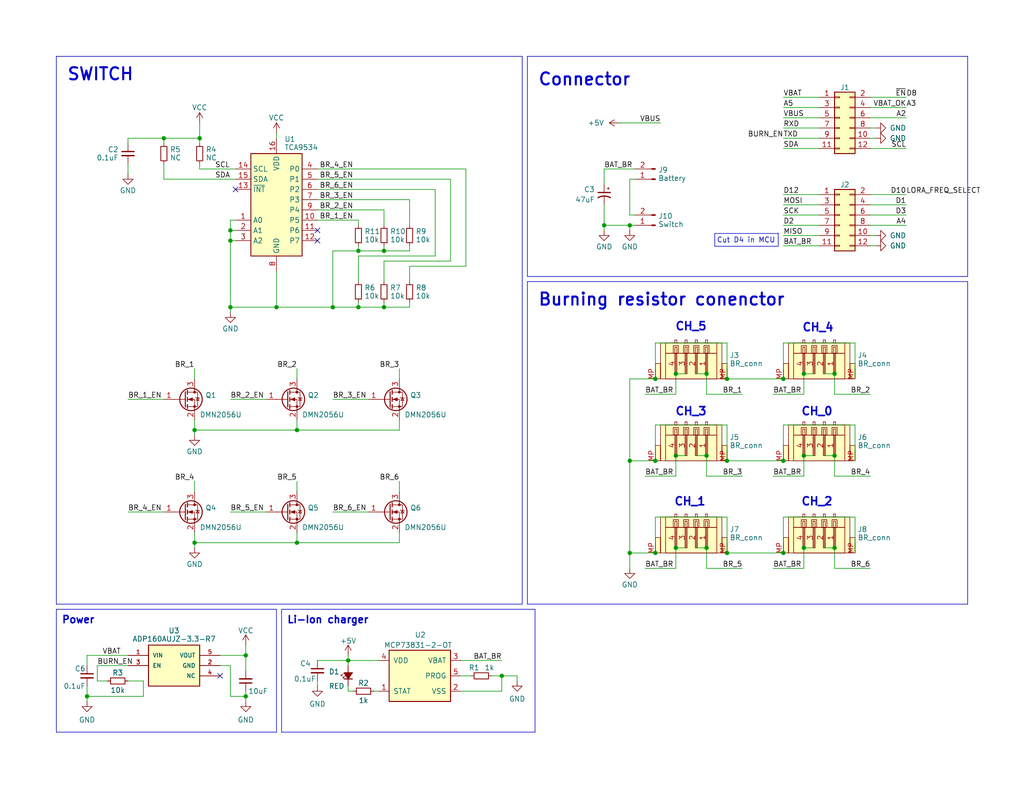
<source format=kicad_sch>
(kicad_sch (version 20230121) (generator eeschema)

  (uuid e63e39d7-6ac0-4ffd-8aa3-1841a4541b55)

  (paper "User" 254 194.996)

  (title_block
    (title "HexSense Svalbard - MCU module")
    (date "2023-05-25")
    (rev "V1")
    (company "MIT Media Lab")
    (comment 1 "Fangzheng Liu")
  )

  (lib_symbols
    (symbol "ADP160AUJZ-1.5-R7:ADP160AUJZ-1.5-R7" (pin_names (offset 1.016)) (in_bom yes) (on_board yes)
      (property "Reference" "U4" (at 0 13.74 0)
        (effects (font (size 1.27 1.27)))
      )
      (property "Value" "ADP160AUJZ-3.3-R7" (at 0 11.692 0)
        (effects (font (size 1.27 1.27)))
      )
      (property "Footprint" "Package_TO_SOT_SMD:TSOT-23-5" (at 0 0 0)
        (effects (font (size 1.27 1.27)) (justify bottom) hide)
      )
      (property "Datasheet" "" (at 0 0 0)
        (effects (font (size 1.27 1.27)) hide)
      )
      (property "MF" "Analog Devices" (at 0 0 0)
        (effects (font (size 1.27 1.27)) (justify bottom) hide)
      )
      (property "Description" "\nUltra Low Quiescent Current 150 mA, CMOS Linear Regulator\n" (at 2.54 -13.97 0)
        (effects (font (size 1.27 1.27)) (justify bottom) hide)
      )
      (property "Package" "TSOT-5 Analog Devices" (at 0 0 0)
        (effects (font (size 1.27 1.27)) (justify bottom) hide)
      )
      (property "Price" "None" (at 0 0 0)
        (effects (font (size 1.27 1.27)) (justify bottom) hide)
      )
      (property "Check_prices" "https://www.snapeda.com/parts/ADP160AUJZ-1.5-R7/Analog+Devices/view-part/?ref=eda" (at 0 0 0)
        (effects (font (size 1.27 1.27)) (justify bottom) hide)
      )
      (property "STANDARD" "IPC 7351B" (at 0 0 0)
        (effects (font (size 1.27 1.27)) (justify bottom) hide)
      )
      (property "PARTREV" "H" (at 0 0 0)
        (effects (font (size 1.27 1.27)) (justify bottom) hide)
      )
      (property "SnapEDA_Link" "https://www.snapeda.com/parts/ADP160AUJZ-1.5-R7/Analog+Devices/view-part/?ref=snap" (at 0 0 0)
        (effects (font (size 1.27 1.27)) (justify bottom) hide)
      )
      (property "MP" "ADP160AUJZ-1.5-R7" (at 0 0 0)
        (effects (font (size 1.27 1.27)) (justify bottom) hide)
      )
      (property "Purchase-URL" "https://www.snapeda.com/api/url_track_click_mouser/?unipart_id=1226372&manufacturer=Analog Devices&part_name=ADP160AUJZ-1.5-R7&search_term=adp160" (at 0 0 0)
        (effects (font (size 1.27 1.27)) (justify bottom) hide)
      )
      (property "Availability" "In Stock" (at 0 0 0)
        (effects (font (size 1.27 1.27)) (justify bottom) hide)
      )
      (property "MANUFACTURER" "ANALOG DEVICES" (at 0 0 0)
        (effects (font (size 1.27 1.27)) (justify bottom) hide)
      )
      (symbol "ADP160AUJZ-1.5-R7_0_0"
        (rectangle (start -6.35 10.16) (end 6.35 0)
          (stroke (width 0.254) (type default))
          (fill (type background))
        )
        (pin input line (at -11.43 7.62 0) (length 5.08)
          (name "VIN" (effects (font (size 1.016 1.016))))
          (number "1" (effects (font (size 1.016 1.016))))
        )
        (pin power_in line (at 11.43 5.08 180) (length 5.08)
          (name "GND" (effects (font (size 1.016 1.016))))
          (number "2" (effects (font (size 1.016 1.016))))
        )
        (pin input line (at -11.43 5.08 0) (length 5.08)
          (name "EN" (effects (font (size 1.016 1.016))))
          (number "3" (effects (font (size 1.016 1.016))))
        )
        (pin output line (at 11.43 7.62 180) (length 5.08)
          (name "VOUT" (effects (font (size 1.016 1.016))))
          (number "5" (effects (font (size 1.016 1.016))))
        )
      )
      (symbol "ADP160AUJZ-1.5-R7_1_0"
        (pin power_in line (at 11.43 2.54 180) (length 5.08)
          (name "NC" (effects (font (size 1.016 1.016))))
          (number "4" (effects (font (size 1.016 1.016))))
        )
      )
    )
    (symbol "Battery_Management:MCP73831-2-OT" (pin_names (offset 1.016)) (in_bom yes) (on_board yes)
      (property "Reference" "U?" (at -1.27 8.89 0)
        (effects (font (size 1.27 1.27)) (justify left))
      )
      (property "Value" "MCP73831-2-OT" (at -8.89 6.35 0)
        (effects (font (size 1.27 1.27)) (justify left))
      )
      (property "Footprint" "Package_TO_SOT_SMD:SOT-23-5" (at -15.24 24.13 0)
        (effects (font (size 1.27 1.27) italic) (justify left) hide)
      )
      (property "Datasheet" "http://ww1.microchip.com/downloads/en/DeviceDoc/20001984g.pdf" (at -2.54 26.67 0)
        (effects (font (size 1.27 1.27)) hide)
      )
      (property "ki_keywords" "battery charger lithium" (at 0 0 0)
        (effects (font (size 1.27 1.27)) hide)
      )
      (property "ki_description" "Single cell, Li-Ion/Li-Po charge management controller, 4.20V, Tri-State Status Output, in SOT23-5 package" (at 0 0 0)
        (effects (font (size 1.27 1.27)) hide)
      )
      (property "ki_fp_filters" "SOT?23*" (at 0 0 0)
        (effects (font (size 1.27 1.27)) hide)
      )
      (symbol "MCP73831-2-OT_0_1"
        (rectangle (start -7.62 5.08) (end 7.62 -7.62)
          (stroke (width 0.254) (type default))
          (fill (type background))
        )
      )
      (symbol "MCP73831-2-OT_1_1"
        (pin output line (at -10.16 -5.08 0) (length 2.54)
          (name "STAT" (effects (font (size 1.27 1.27))))
          (number "1" (effects (font (size 1.27 1.27))))
        )
        (pin power_in line (at 10.16 -5.08 180) (length 2.54)
          (name "VSS" (effects (font (size 1.27 1.27))))
          (number "2" (effects (font (size 1.27 1.27))))
        )
        (pin power_out line (at 10.16 2.54 180) (length 2.54)
          (name "VBAT" (effects (font (size 1.27 1.27))))
          (number "3" (effects (font (size 1.27 1.27))))
        )
        (pin power_in line (at -10.16 2.54 0) (length 2.54)
          (name "VDD" (effects (font (size 1.27 1.27))))
          (number "4" (effects (font (size 1.27 1.27))))
        )
        (pin input line (at 10.16 -1.27 180) (length 2.54)
          (name "PROG" (effects (font (size 1.27 1.27))))
          (number "5" (effects (font (size 1.27 1.27))))
        )
      )
    )
    (symbol "Connector:Conn_01x02_Pin" (pin_names (offset 1.016) hide) (in_bom yes) (on_board yes)
      (property "Reference" "J" (at 0 2.54 0)
        (effects (font (size 1.27 1.27)))
      )
      (property "Value" "Conn_01x02_Pin" (at 0 -5.08 0)
        (effects (font (size 1.27 1.27)))
      )
      (property "Footprint" "" (at 0 0 0)
        (effects (font (size 1.27 1.27)) hide)
      )
      (property "Datasheet" "~" (at 0 0 0)
        (effects (font (size 1.27 1.27)) hide)
      )
      (property "ki_locked" "" (at 0 0 0)
        (effects (font (size 1.27 1.27)))
      )
      (property "ki_keywords" "connector" (at 0 0 0)
        (effects (font (size 1.27 1.27)) hide)
      )
      (property "ki_description" "Generic connector, single row, 01x02, script generated" (at 0 0 0)
        (effects (font (size 1.27 1.27)) hide)
      )
      (property "ki_fp_filters" "Connector*:*_1x??_*" (at 0 0 0)
        (effects (font (size 1.27 1.27)) hide)
      )
      (symbol "Conn_01x02_Pin_1_1"
        (polyline
          (pts
            (xy 1.27 -2.54)
            (xy 0.8636 -2.54)
          )
          (stroke (width 0.1524) (type default))
          (fill (type none))
        )
        (polyline
          (pts
            (xy 1.27 0)
            (xy 0.8636 0)
          )
          (stroke (width 0.1524) (type default))
          (fill (type none))
        )
        (rectangle (start 0.8636 -2.413) (end 0 -2.667)
          (stroke (width 0.1524) (type default))
          (fill (type outline))
        )
        (rectangle (start 0.8636 0.127) (end 0 -0.127)
          (stroke (width 0.1524) (type default))
          (fill (type outline))
        )
        (pin passive line (at 5.08 0 180) (length 3.81)
          (name "Pin_1" (effects (font (size 1.27 1.27))))
          (number "1" (effects (font (size 1.27 1.27))))
        )
        (pin passive line (at 5.08 -2.54 180) (length 3.81)
          (name "Pin_2" (effects (font (size 1.27 1.27))))
          (number "2" (effects (font (size 1.27 1.27))))
        )
      )
    )
    (symbol "Connector_Generic:Conn_02x06_Odd_Even" (pin_names (offset 1.016) hide) (in_bom yes) (on_board yes)
      (property "Reference" "J" (at 1.27 7.62 0)
        (effects (font (size 1.27 1.27)))
      )
      (property "Value" "Conn_02x06_Odd_Even" (at 1.27 -10.16 0)
        (effects (font (size 1.27 1.27)))
      )
      (property "Footprint" "" (at 0 0 0)
        (effects (font (size 1.27 1.27)) hide)
      )
      (property "Datasheet" "~" (at 0 0 0)
        (effects (font (size 1.27 1.27)) hide)
      )
      (property "ki_keywords" "connector" (at 0 0 0)
        (effects (font (size 1.27 1.27)) hide)
      )
      (property "ki_description" "Generic connector, double row, 02x06, odd/even pin numbering scheme (row 1 odd numbers, row 2 even numbers), script generated (kicad-library-utils/schlib/autogen/connector/)" (at 0 0 0)
        (effects (font (size 1.27 1.27)) hide)
      )
      (property "ki_fp_filters" "Connector*:*_2x??_*" (at 0 0 0)
        (effects (font (size 1.27 1.27)) hide)
      )
      (symbol "Conn_02x06_Odd_Even_1_1"
        (rectangle (start -1.27 -7.493) (end 0 -7.747)
          (stroke (width 0.1524) (type default))
          (fill (type none))
        )
        (rectangle (start -1.27 -4.953) (end 0 -5.207)
          (stroke (width 0.1524) (type default))
          (fill (type none))
        )
        (rectangle (start -1.27 -2.413) (end 0 -2.667)
          (stroke (width 0.1524) (type default))
          (fill (type none))
        )
        (rectangle (start -1.27 0.127) (end 0 -0.127)
          (stroke (width 0.1524) (type default))
          (fill (type none))
        )
        (rectangle (start -1.27 2.667) (end 0 2.413)
          (stroke (width 0.1524) (type default))
          (fill (type none))
        )
        (rectangle (start -1.27 5.207) (end 0 4.953)
          (stroke (width 0.1524) (type default))
          (fill (type none))
        )
        (rectangle (start -1.27 6.35) (end 3.81 -8.89)
          (stroke (width 0.254) (type default))
          (fill (type background))
        )
        (rectangle (start 3.81 -7.493) (end 2.54 -7.747)
          (stroke (width 0.1524) (type default))
          (fill (type none))
        )
        (rectangle (start 3.81 -4.953) (end 2.54 -5.207)
          (stroke (width 0.1524) (type default))
          (fill (type none))
        )
        (rectangle (start 3.81 -2.413) (end 2.54 -2.667)
          (stroke (width 0.1524) (type default))
          (fill (type none))
        )
        (rectangle (start 3.81 0.127) (end 2.54 -0.127)
          (stroke (width 0.1524) (type default))
          (fill (type none))
        )
        (rectangle (start 3.81 2.667) (end 2.54 2.413)
          (stroke (width 0.1524) (type default))
          (fill (type none))
        )
        (rectangle (start 3.81 5.207) (end 2.54 4.953)
          (stroke (width 0.1524) (type default))
          (fill (type none))
        )
        (pin passive line (at -5.08 5.08 0) (length 3.81)
          (name "Pin_1" (effects (font (size 1.27 1.27))))
          (number "1" (effects (font (size 1.27 1.27))))
        )
        (pin passive line (at 7.62 -5.08 180) (length 3.81)
          (name "Pin_10" (effects (font (size 1.27 1.27))))
          (number "10" (effects (font (size 1.27 1.27))))
        )
        (pin passive line (at -5.08 -7.62 0) (length 3.81)
          (name "Pin_11" (effects (font (size 1.27 1.27))))
          (number "11" (effects (font (size 1.27 1.27))))
        )
        (pin passive line (at 7.62 -7.62 180) (length 3.81)
          (name "Pin_12" (effects (font (size 1.27 1.27))))
          (number "12" (effects (font (size 1.27 1.27))))
        )
        (pin passive line (at 7.62 5.08 180) (length 3.81)
          (name "Pin_2" (effects (font (size 1.27 1.27))))
          (number "2" (effects (font (size 1.27 1.27))))
        )
        (pin passive line (at -5.08 2.54 0) (length 3.81)
          (name "Pin_3" (effects (font (size 1.27 1.27))))
          (number "3" (effects (font (size 1.27 1.27))))
        )
        (pin passive line (at 7.62 2.54 180) (length 3.81)
          (name "Pin_4" (effects (font (size 1.27 1.27))))
          (number "4" (effects (font (size 1.27 1.27))))
        )
        (pin passive line (at -5.08 0 0) (length 3.81)
          (name "Pin_5" (effects (font (size 1.27 1.27))))
          (number "5" (effects (font (size 1.27 1.27))))
        )
        (pin passive line (at 7.62 0 180) (length 3.81)
          (name "Pin_6" (effects (font (size 1.27 1.27))))
          (number "6" (effects (font (size 1.27 1.27))))
        )
        (pin passive line (at -5.08 -2.54 0) (length 3.81)
          (name "Pin_7" (effects (font (size 1.27 1.27))))
          (number "7" (effects (font (size 1.27 1.27))))
        )
        (pin passive line (at 7.62 -2.54 180) (length 3.81)
          (name "Pin_8" (effects (font (size 1.27 1.27))))
          (number "8" (effects (font (size 1.27 1.27))))
        )
        (pin passive line (at -5.08 -5.08 0) (length 3.81)
          (name "Pin_9" (effects (font (size 1.27 1.27))))
          (number "9" (effects (font (size 1.27 1.27))))
        )
      )
    )
    (symbol "Device:C_Polarized_Small_US" (pin_numbers hide) (pin_names (offset 0.254) hide) (in_bom yes) (on_board yes)
      (property "Reference" "C" (at 0.254 1.778 0)
        (effects (font (size 1.27 1.27)) (justify left))
      )
      (property "Value" "C_Polarized_Small_US" (at 0.254 -2.032 0)
        (effects (font (size 1.27 1.27)) (justify left))
      )
      (property "Footprint" "" (at 0 0 0)
        (effects (font (size 1.27 1.27)) hide)
      )
      (property "Datasheet" "~" (at 0 0 0)
        (effects (font (size 1.27 1.27)) hide)
      )
      (property "ki_keywords" "cap capacitor" (at 0 0 0)
        (effects (font (size 1.27 1.27)) hide)
      )
      (property "ki_description" "Polarized capacitor, small US symbol" (at 0 0 0)
        (effects (font (size 1.27 1.27)) hide)
      )
      (property "ki_fp_filters" "CP_*" (at 0 0 0)
        (effects (font (size 1.27 1.27)) hide)
      )
      (symbol "C_Polarized_Small_US_0_1"
        (polyline
          (pts
            (xy -1.524 0.508)
            (xy 1.524 0.508)
          )
          (stroke (width 0.3048) (type default))
          (fill (type none))
        )
        (polyline
          (pts
            (xy -1.27 1.524)
            (xy -0.762 1.524)
          )
          (stroke (width 0) (type default))
          (fill (type none))
        )
        (polyline
          (pts
            (xy -1.016 1.27)
            (xy -1.016 1.778)
          )
          (stroke (width 0) (type default))
          (fill (type none))
        )
        (arc (start 1.524 -0.762) (mid 0 -0.3734) (end -1.524 -0.762)
          (stroke (width 0.3048) (type default))
          (fill (type none))
        )
      )
      (symbol "C_Polarized_Small_US_1_1"
        (pin passive line (at 0 2.54 270) (length 2.032)
          (name "~" (effects (font (size 1.27 1.27))))
          (number "1" (effects (font (size 1.27 1.27))))
        )
        (pin passive line (at 0 -2.54 90) (length 2.032)
          (name "~" (effects (font (size 1.27 1.27))))
          (number "2" (effects (font (size 1.27 1.27))))
        )
      )
    )
    (symbol "Device:C_Small" (pin_numbers hide) (pin_names (offset 0.254) hide) (in_bom yes) (on_board yes)
      (property "Reference" "C" (at 0.254 1.778 0)
        (effects (font (size 1.27 1.27)) (justify left))
      )
      (property "Value" "C_Small" (at 0.254 -2.032 0)
        (effects (font (size 1.27 1.27)) (justify left))
      )
      (property "Footprint" "" (at 0 0 0)
        (effects (font (size 1.27 1.27)) hide)
      )
      (property "Datasheet" "~" (at 0 0 0)
        (effects (font (size 1.27 1.27)) hide)
      )
      (property "ki_keywords" "capacitor cap" (at 0 0 0)
        (effects (font (size 1.27 1.27)) hide)
      )
      (property "ki_description" "Unpolarized capacitor, small symbol" (at 0 0 0)
        (effects (font (size 1.27 1.27)) hide)
      )
      (property "ki_fp_filters" "C_*" (at 0 0 0)
        (effects (font (size 1.27 1.27)) hide)
      )
      (symbol "C_Small_0_1"
        (polyline
          (pts
            (xy -1.524 -0.508)
            (xy 1.524 -0.508)
          )
          (stroke (width 0.3302) (type default))
          (fill (type none))
        )
        (polyline
          (pts
            (xy -1.524 0.508)
            (xy 1.524 0.508)
          )
          (stroke (width 0.3048) (type default))
          (fill (type none))
        )
      )
      (symbol "C_Small_1_1"
        (pin passive line (at 0 2.54 270) (length 2.032)
          (name "~" (effects (font (size 1.27 1.27))))
          (number "1" (effects (font (size 1.27 1.27))))
        )
        (pin passive line (at 0 -2.54 90) (length 2.032)
          (name "~" (effects (font (size 1.27 1.27))))
          (number "2" (effects (font (size 1.27 1.27))))
        )
      )
    )
    (symbol "Device:LED_Small_Filled" (pin_numbers hide) (pin_names (offset 0.254) hide) (in_bom yes) (on_board yes)
      (property "Reference" "D" (at -1.27 3.175 0)
        (effects (font (size 1.27 1.27)) (justify left))
      )
      (property "Value" "LED_Small_Filled" (at -4.445 -2.54 0)
        (effects (font (size 1.27 1.27)) (justify left))
      )
      (property "Footprint" "" (at 0 0 90)
        (effects (font (size 1.27 1.27)) hide)
      )
      (property "Datasheet" "~" (at 0 0 90)
        (effects (font (size 1.27 1.27)) hide)
      )
      (property "ki_keywords" "LED diode light-emitting-diode" (at 0 0 0)
        (effects (font (size 1.27 1.27)) hide)
      )
      (property "ki_description" "Light emitting diode, small symbol, filled shape" (at 0 0 0)
        (effects (font (size 1.27 1.27)) hide)
      )
      (property "ki_fp_filters" "LED* LED_SMD:* LED_THT:*" (at 0 0 0)
        (effects (font (size 1.27 1.27)) hide)
      )
      (symbol "LED_Small_Filled_0_1"
        (polyline
          (pts
            (xy -0.762 -1.016)
            (xy -0.762 1.016)
          )
          (stroke (width 0.254) (type default))
          (fill (type none))
        )
        (polyline
          (pts
            (xy 1.016 0)
            (xy -0.762 0)
          )
          (stroke (width 0) (type default))
          (fill (type none))
        )
        (polyline
          (pts
            (xy 0.762 -1.016)
            (xy -0.762 0)
            (xy 0.762 1.016)
            (xy 0.762 -1.016)
          )
          (stroke (width 0.254) (type default))
          (fill (type outline))
        )
        (polyline
          (pts
            (xy 0 0.762)
            (xy -0.508 1.27)
            (xy -0.254 1.27)
            (xy -0.508 1.27)
            (xy -0.508 1.016)
          )
          (stroke (width 0) (type default))
          (fill (type none))
        )
        (polyline
          (pts
            (xy 0.508 1.27)
            (xy 0 1.778)
            (xy 0.254 1.778)
            (xy 0 1.778)
            (xy 0 1.524)
          )
          (stroke (width 0) (type default))
          (fill (type none))
        )
      )
      (symbol "LED_Small_Filled_1_1"
        (pin passive line (at -2.54 0 0) (length 1.778)
          (name "K" (effects (font (size 1.27 1.27))))
          (number "1" (effects (font (size 1.27 1.27))))
        )
        (pin passive line (at 2.54 0 180) (length 1.778)
          (name "A" (effects (font (size 1.27 1.27))))
          (number "2" (effects (font (size 1.27 1.27))))
        )
      )
    )
    (symbol "Device:R_Small" (pin_numbers hide) (pin_names (offset 0.254) hide) (in_bom yes) (on_board yes)
      (property "Reference" "R" (at 0.762 0.508 0)
        (effects (font (size 1.27 1.27)) (justify left))
      )
      (property "Value" "R_Small" (at 0.762 -1.016 0)
        (effects (font (size 1.27 1.27)) (justify left))
      )
      (property "Footprint" "" (at 0 0 0)
        (effects (font (size 1.27 1.27)) hide)
      )
      (property "Datasheet" "~" (at 0 0 0)
        (effects (font (size 1.27 1.27)) hide)
      )
      (property "ki_keywords" "R resistor" (at 0 0 0)
        (effects (font (size 1.27 1.27)) hide)
      )
      (property "ki_description" "Resistor, small symbol" (at 0 0 0)
        (effects (font (size 1.27 1.27)) hide)
      )
      (property "ki_fp_filters" "R_*" (at 0 0 0)
        (effects (font (size 1.27 1.27)) hide)
      )
      (symbol "R_Small_0_1"
        (rectangle (start -0.762 1.778) (end 0.762 -1.778)
          (stroke (width 0.2032) (type default))
          (fill (type none))
        )
      )
      (symbol "R_Small_1_1"
        (pin passive line (at 0 2.54 270) (length 0.762)
          (name "~" (effects (font (size 1.27 1.27))))
          (number "1" (effects (font (size 1.27 1.27))))
        )
        (pin passive line (at 0 -2.54 90) (length 0.762)
          (name "~" (effects (font (size 1.27 1.27))))
          (number "2" (effects (font (size 1.27 1.27))))
        )
      )
    )
    (symbol "Interface_Expansion:TCA9534" (in_bom yes) (on_board yes)
      (property "Reference" "U" (at -6.35 12.7 0)
        (effects (font (size 1.27 1.27)) (justify left))
      )
      (property "Value" "TCA9534" (at 2.54 12.7 0)
        (effects (font (size 1.27 1.27)) (justify left))
      )
      (property "Footprint" "" (at 24.13 -13.97 0)
        (effects (font (size 1.27 1.27)) hide)
      )
      (property "Datasheet" "http://www.ti.com/lit/ds/symlink/tca9534.pdf" (at 2.54 -2.54 0)
        (effects (font (size 1.27 1.27)) hide)
      )
      (property "ki_keywords" "SMBUS I2C Expander" (at 0 0 0)
        (effects (font (size 1.27 1.27)) hide)
      )
      (property "ki_description" "8 Bit Port/Expander, I2C SMBUS, Interrupt output, TSSOP-16, SOIC-16" (at 0 0 0)
        (effects (font (size 1.27 1.27)) hide)
      )
      (property "ki_fp_filters" "TSSOP*4.4x5mm*P0.65mm* SOIC*7.5x10.3mm*P1.27mm*" (at 0 0 0)
        (effects (font (size 1.27 1.27)) hide)
      )
      (symbol "TCA9534_0_1"
        (rectangle (start -6.35 -13.97) (end 6.35 11.43)
          (stroke (width 0.254) (type default))
          (fill (type background))
        )
      )
      (symbol "TCA9534_1_1"
        (pin input line (at -10.16 -5.08 0) (length 3.81)
          (name "A0" (effects (font (size 1.27 1.27))))
          (number "1" (effects (font (size 1.27 1.27))))
        )
        (pin bidirectional line (at 10.16 -5.08 180) (length 3.81)
          (name "P5" (effects (font (size 1.27 1.27))))
          (number "10" (effects (font (size 1.27 1.27))))
        )
        (pin bidirectional line (at 10.16 -7.62 180) (length 3.81)
          (name "P6" (effects (font (size 1.27 1.27))))
          (number "11" (effects (font (size 1.27 1.27))))
        )
        (pin bidirectional line (at 10.16 -10.16 180) (length 3.81)
          (name "P7" (effects (font (size 1.27 1.27))))
          (number "12" (effects (font (size 1.27 1.27))))
        )
        (pin open_collector line (at -10.16 2.54 0) (length 3.81)
          (name "~{INT}" (effects (font (size 1.27 1.27))))
          (number "13" (effects (font (size 1.27 1.27))))
        )
        (pin input line (at -10.16 7.62 0) (length 3.81)
          (name "SCL" (effects (font (size 1.27 1.27))))
          (number "14" (effects (font (size 1.27 1.27))))
        )
        (pin bidirectional line (at -10.16 5.08 0) (length 3.81)
          (name "SDA" (effects (font (size 1.27 1.27))))
          (number "15" (effects (font (size 1.27 1.27))))
        )
        (pin power_in line (at 0 15.24 270) (length 3.81)
          (name "VDD" (effects (font (size 1.27 1.27))))
          (number "16" (effects (font (size 1.27 1.27))))
        )
        (pin input line (at -10.16 -7.62 0) (length 3.81)
          (name "A1" (effects (font (size 1.27 1.27))))
          (number "2" (effects (font (size 1.27 1.27))))
        )
        (pin input line (at -10.16 -10.16 0) (length 3.81)
          (name "A2" (effects (font (size 1.27 1.27))))
          (number "3" (effects (font (size 1.27 1.27))))
        )
        (pin bidirectional line (at 10.16 7.62 180) (length 3.81)
          (name "P0" (effects (font (size 1.27 1.27))))
          (number "4" (effects (font (size 1.27 1.27))))
        )
        (pin bidirectional line (at 10.16 5.08 180) (length 3.81)
          (name "P1" (effects (font (size 1.27 1.27))))
          (number "5" (effects (font (size 1.27 1.27))))
        )
        (pin bidirectional line (at 10.16 2.54 180) (length 3.81)
          (name "P2" (effects (font (size 1.27 1.27))))
          (number "6" (effects (font (size 1.27 1.27))))
        )
        (pin bidirectional line (at 10.16 0 180) (length 3.81)
          (name "P3" (effects (font (size 1.27 1.27))))
          (number "7" (effects (font (size 1.27 1.27))))
        )
        (pin power_in line (at 0 -17.78 90) (length 3.81)
          (name "GND" (effects (font (size 1.27 1.27))))
          (number "8" (effects (font (size 1.27 1.27))))
        )
        (pin bidirectional line (at 10.16 -2.54 180) (length 3.81)
          (name "P4" (effects (font (size 1.27 1.27))))
          (number "9" (effects (font (size 1.27 1.27))))
        )
      )
    )
    (symbol "Mylib:JST_SH_4_pin_male" (pin_names (offset 1.016)) (in_bom yes) (on_board yes)
      (property "Reference" "J" (at 0 2.54 0)
        (effects (font (size 1.27 1.27)))
      )
      (property "Value" "JST_SH_4_pin_male" (at 0 1.27 0)
        (effects (font (size 1.27 1.27)))
      )
      (property "Footprint" "" (at 0 0 0)
        (effects (font (size 1.27 1.27)) hide)
      )
      (property "Datasheet" "" (at 0 0 0)
        (effects (font (size 1.27 1.27)) hide)
      )
      (symbol "JST_SH_4_pin_male_0_1"
        (rectangle (start -2.54 -13.716) (end -3.302 -14.224)
          (stroke (width 0) (type default))
          (fill (type none))
        )
        (rectangle (start -2.54 -11.176) (end -3.302 -11.684)
          (stroke (width 0) (type default))
          (fill (type none))
        )
        (rectangle (start -2.54 -8.636) (end -3.302 -9.144)
          (stroke (width 0) (type default))
          (fill (type none))
        )
        (rectangle (start -2.54 -6.096) (end -3.302 -6.604)
          (stroke (width 0) (type default))
          (fill (type none))
        )
        (rectangle (start 0 -13.716) (end -1.524 -14.224)
          (stroke (width 0) (type default))
          (fill (type none))
        )
        (rectangle (start 0 -13.716) (end 5.08 -14.224)
          (stroke (width 0) (type default))
          (fill (type none))
        )
        (rectangle (start 0 -13.335) (end -1.905 -14.605)
          (stroke (width 0) (type default))
          (fill (type none))
        )
        (rectangle (start 0 -11.176) (end -1.524 -11.684)
          (stroke (width 0) (type default))
          (fill (type none))
        )
        (rectangle (start 0 -11.176) (end 5.08 -11.684)
          (stroke (width 0) (type default))
          (fill (type none))
        )
        (rectangle (start 0 -10.795) (end -1.905 -12.065)
          (stroke (width 0) (type default))
          (fill (type none))
        )
        (rectangle (start 0 -8.636) (end -1.524 -9.144)
          (stroke (width 0) (type default))
          (fill (type none))
        )
        (rectangle (start 0 -8.636) (end 5.08 -9.144)
          (stroke (width 0) (type default))
          (fill (type none))
        )
        (rectangle (start 0 -8.255) (end -1.905 -9.525)
          (stroke (width 0) (type default))
          (fill (type none))
        )
        (rectangle (start 0 -6.096) (end -1.524 -6.604)
          (stroke (width 0) (type default))
          (fill (type none))
        )
        (rectangle (start 0 -6.096) (end 5.08 -6.604)
          (stroke (width 0) (type default))
          (fill (type none))
        )
        (rectangle (start 0 -5.715) (end -1.905 -6.985)
          (stroke (width 0) (type default))
          (fill (type none))
        )
        (rectangle (start 0 -3.81) (end -2.54 -16.51)
          (stroke (width 0) (type default))
          (fill (type none))
        )
        (rectangle (start 2.54 -17.78) (end 6.35 -19.05)
          (stroke (width 0) (type default))
          (fill (type background))
        )
        (rectangle (start 2.54 -1.27) (end 6.35 -2.54)
          (stroke (width 0) (type default))
          (fill (type background))
        )
        (rectangle (start 6.35 -3.81) (end 0 -16.51)
          (stroke (width 0) (type default))
          (fill (type none))
        )
        (rectangle (start 6.35 -2.54) (end -2.54 -17.78)
          (stroke (width 0) (type default))
          (fill (type background))
        )
      )
      (symbol "JST_SH_4_pin_male_1_1"
        (pin input line (at 5.08 -6.35 180) (length 5.08)
          (name "~" (effects (font (size 1.27 1.27))))
          (number "1" (effects (font (size 1.27 1.27))))
        )
        (pin input line (at 5.08 -8.89 180) (length 5.08)
          (name "~" (effects (font (size 1.27 1.27))))
          (number "2" (effects (font (size 1.27 1.27))))
        )
        (pin input line (at 5.08 -11.43 180) (length 5.08)
          (name "~" (effects (font (size 1.27 1.27))))
          (number "3" (effects (font (size 1.27 1.27))))
        )
        (pin input line (at 5.08 -13.97 180) (length 5.08)
          (name "~" (effects (font (size 1.27 1.27))))
          (number "4" (effects (font (size 1.27 1.27))))
        )
        (pin input line (at 6.35 -19.05 180) (length 2.54)
          (name "" (effects (font (size 1.27 1.27))))
          (number "MP" (effects (font (size 1.27 1.27))))
        )
        (pin input line (at 6.35 -1.27 180) (length 2.54)
          (name "" (effects (font (size 1.27 1.27))))
          (number "MP" (effects (font (size 1.27 1.27))))
        )
      )
    )
    (symbol "Transistor_FET:DMN2056U" (pin_names hide) (in_bom yes) (on_board yes)
      (property "Reference" "Q" (at 5.08 1.905 0)
        (effects (font (size 1.27 1.27)) (justify left))
      )
      (property "Value" "DMN2056U" (at 5.08 0 0)
        (effects (font (size 1.27 1.27)) (justify left))
      )
      (property "Footprint" "Package_TO_SOT_SMD:SOT-23" (at 5.08 -1.905 0)
        (effects (font (size 1.27 1.27) italic) (justify left) hide)
      )
      (property "Datasheet" "http://www.diodes.com/assets/Datasheets/DMN2056U.pdf" (at 0 0 0)
        (effects (font (size 1.27 1.27)) (justify left) hide)
      )
      (property "ki_keywords" "N-Channel MOSFET" (at 0 0 0)
        (effects (font (size 1.27 1.27)) hide)
      )
      (property "ki_description" "4A Id, 20V Vds, N-Channel MOSFET, SOT-23" (at 0 0 0)
        (effects (font (size 1.27 1.27)) hide)
      )
      (property "ki_fp_filters" "SOT?23*" (at 0 0 0)
        (effects (font (size 1.27 1.27)) hide)
      )
      (symbol "DMN2056U_0_1"
        (polyline
          (pts
            (xy 0.254 0)
            (xy -2.54 0)
          )
          (stroke (width 0) (type default))
          (fill (type none))
        )
        (polyline
          (pts
            (xy 0.254 1.905)
            (xy 0.254 -1.905)
          )
          (stroke (width 0.254) (type default))
          (fill (type none))
        )
        (polyline
          (pts
            (xy 0.762 -1.27)
            (xy 0.762 -2.286)
          )
          (stroke (width 0.254) (type default))
          (fill (type none))
        )
        (polyline
          (pts
            (xy 0.762 0.508)
            (xy 0.762 -0.508)
          )
          (stroke (width 0.254) (type default))
          (fill (type none))
        )
        (polyline
          (pts
            (xy 0.762 2.286)
            (xy 0.762 1.27)
          )
          (stroke (width 0.254) (type default))
          (fill (type none))
        )
        (polyline
          (pts
            (xy 2.54 2.54)
            (xy 2.54 1.778)
          )
          (stroke (width 0) (type default))
          (fill (type none))
        )
        (polyline
          (pts
            (xy 2.54 -2.54)
            (xy 2.54 0)
            (xy 0.762 0)
          )
          (stroke (width 0) (type default))
          (fill (type none))
        )
        (polyline
          (pts
            (xy 0.762 -1.778)
            (xy 3.302 -1.778)
            (xy 3.302 1.778)
            (xy 0.762 1.778)
          )
          (stroke (width 0) (type default))
          (fill (type none))
        )
        (polyline
          (pts
            (xy 1.016 0)
            (xy 2.032 0.381)
            (xy 2.032 -0.381)
            (xy 1.016 0)
          )
          (stroke (width 0) (type default))
          (fill (type outline))
        )
        (polyline
          (pts
            (xy 2.794 0.508)
            (xy 2.921 0.381)
            (xy 3.683 0.381)
            (xy 3.81 0.254)
          )
          (stroke (width 0) (type default))
          (fill (type none))
        )
        (polyline
          (pts
            (xy 3.302 0.381)
            (xy 2.921 -0.254)
            (xy 3.683 -0.254)
            (xy 3.302 0.381)
          )
          (stroke (width 0) (type default))
          (fill (type none))
        )
        (circle (center 1.651 0) (radius 2.794)
          (stroke (width 0.254) (type default))
          (fill (type none))
        )
        (circle (center 2.54 -1.778) (radius 0.254)
          (stroke (width 0) (type default))
          (fill (type outline))
        )
        (circle (center 2.54 1.778) (radius 0.254)
          (stroke (width 0) (type default))
          (fill (type outline))
        )
      )
      (symbol "DMN2056U_1_1"
        (pin input line (at -5.08 0 0) (length 2.54)
          (name "G" (effects (font (size 1.27 1.27))))
          (number "1" (effects (font (size 1.27 1.27))))
        )
        (pin passive line (at 2.54 -5.08 90) (length 2.54)
          (name "S" (effects (font (size 1.27 1.27))))
          (number "2" (effects (font (size 1.27 1.27))))
        )
        (pin passive line (at 2.54 5.08 270) (length 2.54)
          (name "D" (effects (font (size 1.27 1.27))))
          (number "3" (effects (font (size 1.27 1.27))))
        )
      )
    )
    (symbol "power:+5V" (power) (pin_names (offset 0)) (in_bom yes) (on_board yes)
      (property "Reference" "#PWR" (at 0 -3.81 0)
        (effects (font (size 1.27 1.27)) hide)
      )
      (property "Value" "+5V" (at 0 3.556 0)
        (effects (font (size 1.27 1.27)))
      )
      (property "Footprint" "" (at 0 0 0)
        (effects (font (size 1.27 1.27)) hide)
      )
      (property "Datasheet" "" (at 0 0 0)
        (effects (font (size 1.27 1.27)) hide)
      )
      (property "ki_keywords" "global power" (at 0 0 0)
        (effects (font (size 1.27 1.27)) hide)
      )
      (property "ki_description" "Power symbol creates a global label with name \"+5V\"" (at 0 0 0)
        (effects (font (size 1.27 1.27)) hide)
      )
      (symbol "+5V_0_1"
        (polyline
          (pts
            (xy -0.762 1.27)
            (xy 0 2.54)
          )
          (stroke (width 0) (type default))
          (fill (type none))
        )
        (polyline
          (pts
            (xy 0 0)
            (xy 0 2.54)
          )
          (stroke (width 0) (type default))
          (fill (type none))
        )
        (polyline
          (pts
            (xy 0 2.54)
            (xy 0.762 1.27)
          )
          (stroke (width 0) (type default))
          (fill (type none))
        )
      )
      (symbol "+5V_1_1"
        (pin power_in line (at 0 0 90) (length 0) hide
          (name "+5V" (effects (font (size 1.27 1.27))))
          (number "1" (effects (font (size 1.27 1.27))))
        )
      )
    )
    (symbol "power:GND" (power) (pin_names (offset 0)) (in_bom yes) (on_board yes)
      (property "Reference" "#PWR" (at 0 -6.35 0)
        (effects (font (size 1.27 1.27)) hide)
      )
      (property "Value" "GND" (at 0 -3.81 0)
        (effects (font (size 1.27 1.27)))
      )
      (property "Footprint" "" (at 0 0 0)
        (effects (font (size 1.27 1.27)) hide)
      )
      (property "Datasheet" "" (at 0 0 0)
        (effects (font (size 1.27 1.27)) hide)
      )
      (property "ki_keywords" "global power" (at 0 0 0)
        (effects (font (size 1.27 1.27)) hide)
      )
      (property "ki_description" "Power symbol creates a global label with name \"GND\" , ground" (at 0 0 0)
        (effects (font (size 1.27 1.27)) hide)
      )
      (symbol "GND_0_1"
        (polyline
          (pts
            (xy 0 0)
            (xy 0 -1.27)
            (xy 1.27 -1.27)
            (xy 0 -2.54)
            (xy -1.27 -1.27)
            (xy 0 -1.27)
          )
          (stroke (width 0) (type default))
          (fill (type none))
        )
      )
      (symbol "GND_1_1"
        (pin power_in line (at 0 0 270) (length 0) hide
          (name "GND" (effects (font (size 1.27 1.27))))
          (number "1" (effects (font (size 1.27 1.27))))
        )
      )
    )
    (symbol "power:VCC" (power) (pin_names (offset 0)) (in_bom yes) (on_board yes)
      (property "Reference" "#PWR" (at 0 -3.81 0)
        (effects (font (size 1.27 1.27)) hide)
      )
      (property "Value" "VCC" (at 0 3.81 0)
        (effects (font (size 1.27 1.27)))
      )
      (property "Footprint" "" (at 0 0 0)
        (effects (font (size 1.27 1.27)) hide)
      )
      (property "Datasheet" "" (at 0 0 0)
        (effects (font (size 1.27 1.27)) hide)
      )
      (property "ki_keywords" "global power" (at 0 0 0)
        (effects (font (size 1.27 1.27)) hide)
      )
      (property "ki_description" "Power symbol creates a global label with name \"VCC\"" (at 0 0 0)
        (effects (font (size 1.27 1.27)) hide)
      )
      (symbol "VCC_0_1"
        (polyline
          (pts
            (xy -0.762 1.27)
            (xy 0 2.54)
          )
          (stroke (width 0) (type default))
          (fill (type none))
        )
        (polyline
          (pts
            (xy 0 0)
            (xy 0 2.54)
          )
          (stroke (width 0) (type default))
          (fill (type none))
        )
        (polyline
          (pts
            (xy 0 2.54)
            (xy 0.762 1.27)
          )
          (stroke (width 0) (type default))
          (fill (type none))
        )
      )
      (symbol "VCC_1_1"
        (pin power_in line (at 0 0 90) (length 0) hide
          (name "VCC" (effects (font (size 1.27 1.27))))
          (number "1" (effects (font (size 1.27 1.27))))
        )
      )
    )
  )

  (junction (at 48.26 106.68) (diameter 0) (color 0 0 0 0)
    (uuid 008d05a4-c9ce-4aed-adc4-5e652681a71c)
  )
  (junction (at 167.64 113.03) (diameter 0) (color 0 0 0 0)
    (uuid 03870ddb-9679-4883-8ad2-1f94dbce7124)
  )
  (junction (at 175.26 135.89) (diameter 0) (color 0 0 0 0)
    (uuid 052100fe-1bc0-4be6-a8d6-cc5e8f48f14d)
  )
  (junction (at 207.01 92.71) (diameter 0) (color 0 0 0 0)
    (uuid 0aa4de4b-d861-4f25-a473-fd4e25ea4aca)
  )
  (junction (at 95.25 62.23) (diameter 0) (color 0 0 0 0)
    (uuid 0aad0e05-42eb-4894-8ed9-066ce92d9fe0)
  )
  (junction (at 175.26 113.03) (diameter 0) (color 0 0 0 0)
    (uuid 17d214bb-7ace-4cca-a8f0-24563e5bcb71)
  )
  (junction (at 162.56 114.3) (diameter 0) (color 0 0 0 0)
    (uuid 196ab76a-2d5d-4724-90c1-438be28babf5)
  )
  (junction (at 21.59 172.72) (diameter 0) (color 0 0 0 0)
    (uuid 1cfe616a-9afe-4d98-a523-b41c41a71938)
  )
  (junction (at 156.21 137.16) (diameter 0) (color 0 0 0 0)
    (uuid 2024ac1d-db3d-48cb-adf1-4676cf4b9095)
  )
  (junction (at 199.39 92.71) (diameter 0) (color 0 0 0 0)
    (uuid 233b9981-e623-459c-a505-bb6f78e63b8a)
  )
  (junction (at 73.66 134.62) (diameter 0) (color 0 0 0 0)
    (uuid 2c0dfd7f-b59f-4bbc-845c-1ac52fff9897)
  )
  (junction (at 88.9 62.23) (diameter 0) (color 0 0 0 0)
    (uuid 307d4fad-0c12-48de-84ee-d820560fd599)
  )
  (junction (at 207.01 135.89) (diameter 0) (color 0 0 0 0)
    (uuid 30dba7a9-3fee-4075-a261-bb02c04afece)
  )
  (junction (at 175.26 92.71) (diameter 0) (color 0 0 0 0)
    (uuid 33738818-49c7-40e1-8436-4dfe6c44f655)
  )
  (junction (at 162.56 93.98) (diameter 0) (color 0 0 0 0)
    (uuid 345397d0-2191-4f1f-9655-9b87a2d676bc)
  )
  (junction (at 82.55 76.2) (diameter 0) (color 0 0 0 0)
    (uuid 3572aea6-3408-44f5-ad4c-2711a4791f60)
  )
  (junction (at 57.15 57.15) (diameter 0) (color 0 0 0 0)
    (uuid 35d02c25-ac71-4eb9-8985-f366daf894dc)
  )
  (junction (at 95.25 76.2) (diameter 0) (color 0 0 0 0)
    (uuid 3ced24a3-c2b0-43ef-9cec-37792cc18ba1)
  )
  (junction (at 88.9 76.2) (diameter 0) (color 0 0 0 0)
    (uuid 4a691f15-1140-482e-9b38-b50c2b126377)
  )
  (junction (at 199.39 135.89) (diameter 0) (color 0 0 0 0)
    (uuid 5afe0030-36f9-40dd-b8a1-ae70d54b8a81)
  )
  (junction (at 167.64 92.71) (diameter 0) (color 0 0 0 0)
    (uuid 5f182517-6020-47e4-b662-203a1d3b31a0)
  )
  (junction (at 156.21 114.3) (diameter 0) (color 0 0 0 0)
    (uuid 64c84a1f-1137-4e87-9083-aee06e8a599a)
  )
  (junction (at 180.34 93.98) (diameter 0) (color 0 0 0 0)
    (uuid 6dd40adc-2ccc-41f1-85e4-a49576d4e1ac)
  )
  (junction (at 180.34 137.16) (diameter 0) (color 0 0 0 0)
    (uuid 715ba577-662e-4949-9055-6ad60be4c624)
  )
  (junction (at 162.56 137.16) (diameter 0) (color 0 0 0 0)
    (uuid 74c4e861-3e34-43dd-918e-be3b66216609)
  )
  (junction (at 194.31 93.98) (diameter 0) (color 0 0 0 0)
    (uuid 7a30e395-fed8-4e99-a3f8-e5ebb8ed08ed)
  )
  (junction (at 57.15 59.69) (diameter 0) (color 0 0 0 0)
    (uuid 88208ef7-32a2-432e-b551-020e31402b8e)
  )
  (junction (at 194.31 114.3) (diameter 0) (color 0 0 0 0)
    (uuid 8854bcf8-88ec-4d49-a6ee-706562f647c8)
  )
  (junction (at 48.26 134.62) (diameter 0) (color 0 0 0 0)
    (uuid 8ec081b5-e862-4735-be21-e662f3f6b124)
  )
  (junction (at 68.58 76.2) (diameter 0) (color 0 0 0 0)
    (uuid 9164becb-a55a-4e28-bb19-dd7a694f3a74)
  )
  (junction (at 73.66 106.68) (diameter 0) (color 0 0 0 0)
    (uuid 91792a8a-27cc-4ace-854c-f6b94d11f67b)
  )
  (junction (at 149.86 55.88) (diameter 0) (color 0 0 0 0)
    (uuid 9e7ee1f6-1eb6-4c65-806f-4f3b2629429b)
  )
  (junction (at 49.53 34.29) (diameter 0) (color 0 0 0 0)
    (uuid b2ae71c6-7016-421a-948b-22ee14df5900)
  )
  (junction (at 167.64 135.89) (diameter 0) (color 0 0 0 0)
    (uuid baaece95-5245-492a-8143-baa311ee6eed)
  )
  (junction (at 60.96 172.72) (diameter 0) (color 0 0 0 0)
    (uuid bfa1e847-3ff0-4e22-b0e3-ef549a41a63d)
  )
  (junction (at 156.21 55.88) (diameter 0) (color 0 0 0 0)
    (uuid c06f8ef8-0587-4463-b2e7-1a81b1f72fd8)
  )
  (junction (at 40.64 34.29) (diameter 0) (color 0 0 0 0)
    (uuid c594759e-98fc-4501-82ad-dd14edebb922)
  )
  (junction (at 180.34 114.3) (diameter 0) (color 0 0 0 0)
    (uuid c878cac9-490e-4df6-8057-035f59b1f778)
  )
  (junction (at 124.46 167.64) (diameter 0) (color 0 0 0 0)
    (uuid cea98e89-1225-495b-a5bb-d0a4e5e1e0fc)
  )
  (junction (at 199.39 113.03) (diameter 0) (color 0 0 0 0)
    (uuid cf09bb3d-5594-4d0b-a305-577167483b3e)
  )
  (junction (at 207.01 113.03) (diameter 0) (color 0 0 0 0)
    (uuid d4f8c0cb-e2b6-4418-9e92-dbe271af68b7)
  )
  (junction (at 60.96 162.56) (diameter 0) (color 0 0 0 0)
    (uuid e9cfdc5b-b212-41af-b05f-76d2ac4ded0c)
  )
  (junction (at 194.31 137.16) (diameter 0) (color 0 0 0 0)
    (uuid e9db69f8-9dec-4d7c-a16c-b3c81e7f8e83)
  )
  (junction (at 86.36 163.83) (diameter 0) (color 0 0 0 0)
    (uuid ea749289-9c27-46fc-ab03-276983e10607)
  )
  (junction (at 57.15 76.2) (diameter 0) (color 0 0 0 0)
    (uuid fb198fb2-a1ea-4ddb-8277-954eddb74cea)
  )

  (no_connect (at 58.42 46.99) (uuid 01c8e450-e89e-4602-a7be-bdb2026b1146))
  (no_connect (at 54.61 167.64) (uuid 278f9954-cb75-4f95-865e-e490cb3e67a1))
  (no_connect (at 78.74 59.69) (uuid 292335b5-332f-48b2-8ad4-db03bc8e9041))
  (no_connect (at 78.74 57.15) (uuid bc8e4626-5599-43c9-b28e-f6fe2910c471))

  (wire (pts (xy 24.13 168.91) (xy 26.67 168.91))
    (stroke (width 0) (type default))
    (uuid 01d756a5-f32a-4ef7-b3b6-e0064ef25368)
  )
  (wire (pts (xy 191.77 118.11) (xy 199.39 118.11))
    (stroke (width 0) (type default))
    (uuid 0376ec12-69b3-47d8-b3ba-835a0d0789a1)
  )
  (wire (pts (xy 199.39 135.89) (xy 201.93 135.89))
    (stroke (width 0) (type default))
    (uuid 0754d295-d4a3-47f2-9ae0-178add0c50e6)
  )
  (wire (pts (xy 21.59 165.1) (xy 21.59 162.56))
    (stroke (width 0) (type default))
    (uuid 0787d9ea-61bc-4633-9441-72816a16afe3)
  )
  (wire (pts (xy 31.75 127) (xy 40.64 127))
    (stroke (width 0) (type default))
    (uuid 084873a9-c526-4628-859d-f1c4a15175a1)
  )
  (wire (pts (xy 73.66 119.38) (xy 73.66 121.92))
    (stroke (width 0) (type default))
    (uuid 091fe26e-2752-41a1-8eee-b5e0a2bea535)
  )
  (polyline (pts (xy 130.81 69.85) (xy 130.81 149.86))
    (stroke (width 0) (type default))
    (uuid 095a5298-c86a-465b-98a6-5913b517f78f)
  )

  (wire (pts (xy 207.01 140.97) (xy 215.9 140.97))
    (stroke (width 0) (type default))
    (uuid 096ec7d1-a6d0-4989-bb0b-61eb80e263aa)
  )
  (wire (pts (xy 212.09 114.3) (xy 212.09 105.41))
    (stroke (width 0) (type default))
    (uuid 0cd59ef4-b3b2-40b8-849c-8bf6fcecf49c)
  )
  (wire (pts (xy 149.86 55.88) (xy 156.21 55.88))
    (stroke (width 0) (type default))
    (uuid 0dda7976-51b7-4bc4-a781-ef72e3664f27)
  )
  (wire (pts (xy 167.64 135.89) (xy 170.18 135.89))
    (stroke (width 0) (type default))
    (uuid 0de69c8e-192d-4096-848f-70235c6ff222)
  )
  (wire (pts (xy 156.21 93.98) (xy 156.21 114.3))
    (stroke (width 0) (type default))
    (uuid 0dfcd055-18ad-4c0e-92c7-67dd909a2be7)
  )
  (wire (pts (xy 160.02 97.79) (xy 167.64 97.79))
    (stroke (width 0) (type default))
    (uuid 0f3deeb7-0644-4d0e-97ec-5ac0458ee159)
  )
  (wire (pts (xy 78.74 41.91) (xy 115.57 41.91))
    (stroke (width 0) (type default))
    (uuid 0f8c1c35-a8dd-41a2-a8cc-3090b8f2b132)
  )
  (wire (pts (xy 194.31 58.42) (xy 203.2 58.42))
    (stroke (width 0) (type default))
    (uuid 0fa9183f-5369-426b-9498-5645797922df)
  )
  (wire (pts (xy 95.25 76.2) (xy 101.6 76.2))
    (stroke (width 0) (type default))
    (uuid 125c5eec-381a-4bd9-b356-bb675e358834)
  )
  (wire (pts (xy 156.21 55.88) (xy 156.21 57.15))
    (stroke (width 0) (type default))
    (uuid 13437fa5-33d7-40d3-ac19-758c642a0d07)
  )
  (wire (pts (xy 156.21 44.45) (xy 156.21 53.34))
    (stroke (width 0) (type default))
    (uuid 140d29dd-5f82-4848-8b54-20d4fc53a277)
  )
  (wire (pts (xy 60.96 173.99) (xy 60.96 172.72))
    (stroke (width 0) (type default))
    (uuid 14a67077-4972-41e0-9d38-8060cc0f49e5)
  )
  (wire (pts (xy 82.55 76.2) (xy 88.9 76.2))
    (stroke (width 0) (type default))
    (uuid 16a407c5-605b-42f1-acc7-79fd478e22d0)
  )
  (wire (pts (xy 212.09 105.41) (xy 194.31 105.41))
    (stroke (width 0) (type default))
    (uuid 17088dc5-5db9-4400-ac39-d97bd9a756e1)
  )
  (wire (pts (xy 88.9 74.93) (xy 88.9 76.2))
    (stroke (width 0) (type default))
    (uuid 17e27fd0-ba9b-4e9a-ac2f-49ba06c5d138)
  )
  (wire (pts (xy 128.27 168.91) (xy 128.27 167.64))
    (stroke (width 0) (type default))
    (uuid 1acfd299-41b3-49ed-a422-4e39822b2181)
  )
  (polyline (pts (xy 130.81 69.85) (xy 240.03 69.85))
    (stroke (width 0) (type default))
    (uuid 1b78364f-da39-4b39-8017-d4009f3dd54a)
  )

  (wire (pts (xy 162.56 128.27) (xy 180.34 128.27))
    (stroke (width 0) (type default))
    (uuid 1bd36a9d-895b-40ab-8452-034303195be0)
  )
  (wire (pts (xy 149.86 41.91) (xy 149.86 45.72))
    (stroke (width 0) (type default))
    (uuid 1c258214-89dc-450a-b5a2-cc38bb048ea5)
  )
  (wire (pts (xy 73.66 91.44) (xy 73.66 93.98))
    (stroke (width 0) (type default))
    (uuid 1d2ab881-fa05-443f-998d-d3515d25779e)
  )
  (wire (pts (xy 215.9 58.42) (xy 217.17 58.42))
    (stroke (width 0) (type default))
    (uuid 1d632da4-c543-4d80-b642-0354a56e2d07)
  )
  (wire (pts (xy 121.92 167.64) (xy 124.46 167.64))
    (stroke (width 0) (type default))
    (uuid 1e9fbb11-817c-4371-ba8b-39daa0d19e4a)
  )
  (wire (pts (xy 31.75 165.1) (xy 24.13 165.1))
    (stroke (width 0) (type default))
    (uuid 1f24ba71-ff7c-4902-b0ce-d47340d9149a)
  )
  (wire (pts (xy 180.34 105.41) (xy 162.56 105.41))
    (stroke (width 0) (type default))
    (uuid 1f2580e1-fbe3-4d88-bf5f-2c0e402df351)
  )
  (wire (pts (xy 191.77 140.97) (xy 199.39 140.97))
    (stroke (width 0) (type default))
    (uuid 1f302c2d-d1ec-4f93-82f6-4b5a2793645a)
  )
  (wire (pts (xy 215.9 34.29) (xy 217.17 34.29))
    (stroke (width 0) (type default))
    (uuid 22bff00e-e419-4092-a2b8-c1f232a8e641)
  )
  (wire (pts (xy 54.61 162.56) (xy 60.96 162.56))
    (stroke (width 0) (type default))
    (uuid 25273412-5d7a-422b-84d1-852cb1d72545)
  )
  (wire (pts (xy 180.34 128.27) (xy 180.34 137.16))
    (stroke (width 0) (type default))
    (uuid 25f01a7a-57c5-4f4d-97e2-3e05397eedae)
  )
  (wire (pts (xy 57.15 59.69) (xy 57.15 76.2))
    (stroke (width 0) (type default))
    (uuid 27f5f6ef-08a8-4d35-aaf2-b9e0460c3c11)
  )
  (wire (pts (xy 115.57 66.04) (xy 101.6 66.04))
    (stroke (width 0) (type default))
    (uuid 2983a1ac-3487-429a-815b-e7f92a3a5d47)
  )
  (wire (pts (xy 207.01 92.71) (xy 207.01 97.79))
    (stroke (width 0) (type default))
    (uuid 29c97739-66d2-44fd-b230-e0da12d3db6c)
  )
  (wire (pts (xy 175.26 118.11) (xy 184.15 118.11))
    (stroke (width 0) (type default))
    (uuid 2a2e1b7b-c51e-4655-bb7e-26c11afb452a)
  )
  (wire (pts (xy 68.58 33.02) (xy 68.58 34.29))
    (stroke (width 0) (type default))
    (uuid 2a3ec445-d02c-44a6-9163-9adb28fa61bf)
  )
  (wire (pts (xy 60.96 160.02) (xy 60.96 162.56))
    (stroke (width 0) (type default))
    (uuid 2bbca91f-760a-4070-84b4-ec1777754cd2)
  )
  (wire (pts (xy 48.26 132.08) (xy 48.26 134.62))
    (stroke (width 0) (type default))
    (uuid 2cc037ec-6cb2-47dd-a2c6-b9457a64a7a4)
  )
  (wire (pts (xy 78.74 168.91) (xy 78.74 170.18))
    (stroke (width 0) (type default))
    (uuid 2e4e000d-b493-4724-a449-76315ad6bf01)
  )
  (wire (pts (xy 57.15 57.15) (xy 57.15 59.69))
    (stroke (width 0) (type default))
    (uuid 2f0bfdef-7346-48c6-85b9-aeaf529b9ff7)
  )
  (wire (pts (xy 212.09 128.27) (xy 212.09 137.16))
    (stroke (width 0) (type default))
    (uuid 30df50ac-7198-4cc8-acce-3ddaa8d90ed0)
  )
  (wire (pts (xy 68.58 67.31) (xy 68.58 76.2))
    (stroke (width 0) (type default))
    (uuid 3122a658-82c9-4b40-8daf-77bdfa249776)
  )
  (wire (pts (xy 58.42 59.69) (xy 57.15 59.69))
    (stroke (width 0) (type default))
    (uuid 3154ce30-4b1f-45ee-8eba-5e8d92530316)
  )
  (wire (pts (xy 194.31 24.13) (xy 203.2 24.13))
    (stroke (width 0) (type default))
    (uuid 3367972f-528d-4624-89f4-0b3b2f6850f4)
  )
  (wire (pts (xy 95.25 52.07) (xy 95.25 55.88))
    (stroke (width 0) (type default))
    (uuid 352a4505-569d-4d18-bcb3-f0065be4da7e)
  )
  (polyline (pts (xy 129.54 149.86) (xy 129.54 13.97))
    (stroke (width 0) (type default))
    (uuid 35eab331-86c6-4cb6-9184-78f5a185c17a)
  )

  (wire (pts (xy 48.26 134.62) (xy 73.66 134.62))
    (stroke (width 0) (type default))
    (uuid 35f0f209-25d6-4dd1-a399-30baece47264)
  )
  (wire (pts (xy 162.56 137.16) (xy 162.56 128.27))
    (stroke (width 0) (type default))
    (uuid 386ebb27-dd05-4d42-ac8f-41d7b4458d73)
  )
  (wire (pts (xy 40.64 34.29) (xy 49.53 34.29))
    (stroke (width 0) (type default))
    (uuid 392291ae-e634-462c-8e4c-cf00d9bdebd3)
  )
  (polyline (pts (xy 177.292 57.912) (xy 193.04 57.912))
    (stroke (width 0) (type default))
    (uuid 39c17e28-c111-4525-9182-a7e63e101814)
  )

  (wire (pts (xy 180.34 114.3) (xy 180.34 105.41))
    (stroke (width 0) (type default))
    (uuid 3cf24a90-539a-4a60-a052-ec0fd5dc74be)
  )
  (wire (pts (xy 21.59 173.99) (xy 21.59 172.72))
    (stroke (width 0) (type default))
    (uuid 3eef7dad-45dc-464e-a0d8-d0abdcac3783)
  )
  (wire (pts (xy 57.15 76.2) (xy 68.58 76.2))
    (stroke (width 0) (type default))
    (uuid 3ef59fdc-ed3c-413b-847b-c618a07e8c44)
  )
  (wire (pts (xy 194.31 50.8) (xy 203.2 50.8))
    (stroke (width 0) (type default))
    (uuid 3f343929-cf20-4bbe-a9de-dd217b905843)
  )
  (polyline (pts (xy 193.04 61.087) (xy 177.292 61.087))
    (stroke (width 0) (type default))
    (uuid 40465722-24ae-4939-b0f9-0f4ecaf722b6)
  )

  (wire (pts (xy 207.01 97.79) (xy 215.9 97.79))
    (stroke (width 0) (type default))
    (uuid 4169e0d0-6f38-48f8-a87f-d935c757658b)
  )
  (wire (pts (xy 115.57 41.91) (xy 115.57 66.04))
    (stroke (width 0) (type default))
    (uuid 42f89df5-270b-4505-af85-c009a034399a)
  )
  (wire (pts (xy 57.15 172.72) (xy 60.96 172.72))
    (stroke (width 0) (type default))
    (uuid 42fb228c-d0d9-47c1-aefd-9268e24410cb)
  )
  (wire (pts (xy 78.74 163.83) (xy 86.36 163.83))
    (stroke (width 0) (type default))
    (uuid 46fdca11-6d34-4dd6-9c9c-63aad33ed8b6)
  )
  (wire (pts (xy 48.26 134.62) (xy 48.26 135.89))
    (stroke (width 0) (type default))
    (uuid 476bf5db-dfcd-4d6b-89d0-03ee788e8323)
  )
  (wire (pts (xy 114.3 167.64) (xy 116.84 167.64))
    (stroke (width 0) (type default))
    (uuid 485ec7aa-284c-4ff0-a9fc-8c1da66b4b08)
  )
  (polyline (pts (xy 132.715 151.13) (xy 132.715 181.61))
    (stroke (width 0) (type default))
    (uuid 48b3ff8d-a221-428b-a9b4-bda5b86e43a5)
  )

  (wire (pts (xy 49.53 30.48) (xy 49.53 34.29))
    (stroke (width 0) (type default))
    (uuid 493a86cc-9cfc-4ebb-8ba7-95833e4e72e8)
  )
  (wire (pts (xy 156.21 137.16) (xy 162.56 137.16))
    (stroke (width 0) (type default))
    (uuid 4cac3a19-78d3-4cc3-82d7-0de1bb714395)
  )
  (polyline (pts (xy 240.03 69.85) (xy 240.03 149.86))
    (stroke (width 0) (type default))
    (uuid 4cd877f2-de11-4b0d-9360-3e3ed7b50b0d)
  )

  (wire (pts (xy 180.34 114.3) (xy 194.31 114.3))
    (stroke (width 0) (type default))
    (uuid 4ea600f4-5920-47bd-9dc7-a5e3f26e6c55)
  )
  (wire (pts (xy 162.56 93.98) (xy 156.21 93.98))
    (stroke (width 0) (type default))
    (uuid 51a8bfae-6c5a-4afa-975c-e89f3199c695)
  )
  (wire (pts (xy 73.66 104.14) (xy 73.66 106.68))
    (stroke (width 0) (type default))
    (uuid 51e5a474-74e2-4540-8d7c-ad3ecbba1e82)
  )
  (wire (pts (xy 40.64 40.64) (xy 40.64 44.45))
    (stroke (width 0) (type default))
    (uuid 5379032c-fa89-4912-814e-7c761626f086)
  )
  (wire (pts (xy 149.86 50.8) (xy 149.86 55.88))
    (stroke (width 0) (type default))
    (uuid 53ee09e2-e194-488f-b27a-62fb101c4a58)
  )
  (wire (pts (xy 68.58 76.2) (xy 82.55 76.2))
    (stroke (width 0) (type default))
    (uuid 5459f9e3-68de-4f25-a3b6-4cf91e4ada17)
  )
  (wire (pts (xy 194.31 36.83) (xy 203.2 36.83))
    (stroke (width 0) (type default))
    (uuid 5644d770-110b-4322-a561-85e83bfe8b36)
  )
  (wire (pts (xy 57.15 76.2) (xy 57.15 77.47))
    (stroke (width 0) (type default))
    (uuid 57706132-bf65-4966-a1cd-18e9d278eacb)
  )
  (wire (pts (xy 212.09 85.09) (xy 194.31 85.09))
    (stroke (width 0) (type default))
    (uuid 5894f237-c630-45d0-a5db-1cf53071e15d)
  )
  (wire (pts (xy 160.02 140.97) (xy 167.64 140.97))
    (stroke (width 0) (type default))
    (uuid 58fdcc2e-b202-4589-b069-76b861f1e52c)
  )
  (wire (pts (xy 95.25 64.77) (xy 111.76 64.77))
    (stroke (width 0) (type default))
    (uuid 5a60ded8-123a-4b41-bfde-b9fb17bfe2d4)
  )
  (polyline (pts (xy 130.81 13.97) (xy 130.81 68.58))
    (stroke (width 0) (type default))
    (uuid 5bebda4e-b5da-48c2-ac93-396c4bf2e3fd)
  )

  (wire (pts (xy 48.26 91.44) (xy 48.26 93.98))
    (stroke (width 0) (type default))
    (uuid 5c7c1ba0-a557-45b4-b9b0-5fdc0a842446)
  )
  (wire (pts (xy 167.64 92.71) (xy 167.64 97.79))
    (stroke (width 0) (type default))
    (uuid 5d2245d4-adf6-4014-acd3-ec758587198e)
  )
  (wire (pts (xy 60.96 162.56) (xy 60.96 166.37))
    (stroke (width 0) (type default))
    (uuid 5d71d8f9-7c23-438c-8cab-705cdb302f6d)
  )
  (wire (pts (xy 48.26 106.68) (xy 48.26 107.95))
    (stroke (width 0) (type default))
    (uuid 5f080fcd-0161-4c54-a7c8-e46952aa06f0)
  )
  (wire (pts (xy 175.26 97.79) (xy 184.15 97.79))
    (stroke (width 0) (type default))
    (uuid 60f5a99b-08f7-4ee8-938b-5f5f85bb2076)
  )
  (wire (pts (xy 95.25 60.96) (xy 95.25 62.23))
    (stroke (width 0) (type default))
    (uuid 618999af-43c2-4195-916c-ad1fe507c5d5)
  )
  (wire (pts (xy 99.06 121.92) (xy 99.06 119.38))
    (stroke (width 0) (type default))
    (uuid 61e7e738-291c-4694-b9da-53e97be44278)
  )
  (wire (pts (xy 99.06 134.62) (xy 99.06 132.08))
    (stroke (width 0) (type default))
    (uuid 625464c5-b5c8-4306-8620-04a9927fef27)
  )
  (wire (pts (xy 194.31 31.75) (xy 203.2 31.75))
    (stroke (width 0) (type default))
    (uuid 62d8155c-ac7e-4eef-9fd9-aecdad28d29c)
  )
  (wire (pts (xy 215.9 55.88) (xy 224.79 55.88))
    (stroke (width 0) (type default))
    (uuid 640f9653-4ed5-42e7-bbea-eab563e0845a)
  )
  (wire (pts (xy 49.53 40.64) (xy 49.53 41.91))
    (stroke (width 0) (type default))
    (uuid 64798ea8-4ff1-491b-acf9-dca2b0b908bc)
  )
  (wire (pts (xy 180.34 93.98) (xy 194.31 93.98))
    (stroke (width 0) (type default))
    (uuid 64d671ef-5ea0-4e8e-a21b-151e35e90b6e)
  )
  (wire (pts (xy 101.6 49.53) (xy 101.6 55.88))
    (stroke (width 0) (type default))
    (uuid 65431d84-3421-4aa2-a5fe-137bf91a376c)
  )
  (wire (pts (xy 95.25 69.85) (xy 95.25 64.77))
    (stroke (width 0) (type default))
    (uuid 67a4c9ee-cd27-4aa6-9216-f34ac68eb5ba)
  )
  (wire (pts (xy 162.56 114.3) (xy 156.21 114.3))
    (stroke (width 0) (type default))
    (uuid 68cc567a-ea32-40c4-9aa6-7fa2ba915288)
  )
  (wire (pts (xy 40.64 34.29) (xy 40.64 35.56))
    (stroke (width 0) (type default))
    (uuid 6ad22655-e074-4aa7-ab2a-a141da2abdb5)
  )
  (wire (pts (xy 78.74 52.07) (xy 95.25 52.07))
    (stroke (width 0) (type default))
    (uuid 6ad95413-bb4a-40fe-9807-ac14c372405a)
  )
  (wire (pts (xy 78.74 54.61) (xy 88.9 54.61))
    (stroke (width 0) (type default))
    (uuid 6b4640c1-42f4-4ebe-a54a-e9cd22331e6a)
  )
  (wire (pts (xy 191.77 97.79) (xy 199.39 97.79))
    (stroke (width 0) (type default))
    (uuid 6d4de908-b708-4c69-9be5-d79b879b00a0)
  )
  (wire (pts (xy 199.39 92.71) (xy 199.39 97.79))
    (stroke (width 0) (type default))
    (uuid 6e665a68-b48b-422d-bdaf-6b57ce36a1fc)
  )
  (wire (pts (xy 180.34 137.16) (xy 194.31 137.16))
    (stroke (width 0) (type default))
    (uuid 6e6d0746-e5f5-42ec-9f5e-76aa1cbb4799)
  )
  (wire (pts (xy 204.47 113.03) (xy 207.01 113.03))
    (stroke (width 0) (type default))
    (uuid 6f961ce0-131b-4c51-b0fe-3610a8781272)
  )
  (wire (pts (xy 86.36 171.45) (xy 87.63 171.45))
    (stroke (width 0) (type default))
    (uuid 702bec21-cb63-4375-8f72-ad9aaf45cb3d)
  )
  (wire (pts (xy 172.72 113.03) (xy 175.26 113.03))
    (stroke (width 0) (type default))
    (uuid 707978e4-ed4c-4a87-a3ee-3980bb2999a4)
  )
  (wire (pts (xy 194.31 128.27) (xy 212.09 128.27))
    (stroke (width 0) (type default))
    (uuid 710a7339-5a21-46cf-9ebd-a61e10b3018d)
  )
  (wire (pts (xy 153.67 30.48) (xy 163.83 30.48))
    (stroke (width 0) (type default))
    (uuid 710eb554-dca1-48a5-872b-85c05870feb8)
  )
  (wire (pts (xy 48.26 119.38) (xy 48.26 121.92))
    (stroke (width 0) (type default))
    (uuid 72b84675-724a-46f1-9a12-419b27a7a101)
  )
  (wire (pts (xy 172.72 135.89) (xy 175.26 135.89))
    (stroke (width 0) (type default))
    (uuid 759dee2d-8f7a-46b1-9b2d-bb371d5802be)
  )
  (wire (pts (xy 82.55 99.06) (xy 91.44 99.06))
    (stroke (width 0) (type default))
    (uuid 7723cd89-c36b-4a46-b97e-f2309d3142bc)
  )
  (wire (pts (xy 88.9 76.2) (xy 95.25 76.2))
    (stroke (width 0) (type default))
    (uuid 7841944a-5cba-4ed2-99d0-1be7de350556)
  )
  (wire (pts (xy 156.21 53.34) (xy 157.48 53.34))
    (stroke (width 0) (type default))
    (uuid 78da2a05-d368-4e3d-844c-dc2e53859ebb)
  )
  (wire (pts (xy 101.6 60.96) (xy 101.6 62.23))
    (stroke (width 0) (type default))
    (uuid 7c8a6619-09ff-4a72-aa14-962ae5a08266)
  )
  (wire (pts (xy 86.36 170.18) (xy 86.36 171.45))
    (stroke (width 0) (type default))
    (uuid 7de79054-7313-4aec-b025-293ac43167ea)
  )
  (wire (pts (xy 48.26 104.14) (xy 48.26 106.68))
    (stroke (width 0) (type default))
    (uuid 7e05f861-13c9-4fef-a490-5549b25cf893)
  )
  (wire (pts (xy 149.86 41.91) (xy 157.48 41.91))
    (stroke (width 0) (type default))
    (uuid 7e4f26aa-332e-436d-9234-d81cb7ed15d5)
  )
  (wire (pts (xy 194.31 85.09) (xy 194.31 93.98))
    (stroke (width 0) (type default))
    (uuid 7e70c429-33b2-4246-b80a-bda4318df6a1)
  )
  (wire (pts (xy 167.64 113.03) (xy 170.18 113.03))
    (stroke (width 0) (type default))
    (uuid 7ef78043-ac33-4225-8345-036e79a47ad1)
  )
  (wire (pts (xy 92.71 171.45) (xy 93.98 171.45))
    (stroke (width 0) (type default))
    (uuid 7efe7e67-f3a9-4e0f-859d-41feb0a94cef)
  )
  (wire (pts (xy 172.72 92.71) (xy 175.26 92.71))
    (stroke (width 0) (type default))
    (uuid 7fc2221e-7570-457b-8e4c-f27c24b30a5b)
  )
  (wire (pts (xy 107.95 46.99) (xy 107.95 63.5))
    (stroke (width 0) (type default))
    (uuid 80cff9e7-51b4-4b5a-9a0a-d9bb7e5c6d48)
  )
  (wire (pts (xy 86.36 163.83) (xy 86.36 165.1))
    (stroke (width 0) (type default))
    (uuid 828796ee-e9c6-45dd-81af-796e712efa0d)
  )
  (wire (pts (xy 114.3 171.45) (xy 124.46 171.45))
    (stroke (width 0) (type default))
    (uuid 8633744e-c739-479d-a41f-d9034042fc2c)
  )
  (wire (pts (xy 88.9 60.96) (xy 88.9 62.23))
    (stroke (width 0) (type default))
    (uuid 863e6fb1-ec39-454b-b81b-e742a22da1c0)
  )
  (wire (pts (xy 57.15 54.61) (xy 57.15 57.15))
    (stroke (width 0) (type default))
    (uuid 86452a1f-433d-4c6c-a107-01d8fee3dad6)
  )
  (polyline (pts (xy 132.715 181.61) (xy 69.85 181.61))
    (stroke (width 0) (type default))
    (uuid 8770c69e-d738-448a-82ee-0218bf77d2e3)
  )
  (polyline (pts (xy 130.81 13.97) (xy 240.03 13.97))
    (stroke (width 0) (type default))
    (uuid 87e5f432-bb64-491c-8ee2-a5cebd1952e2)
  )

  (wire (pts (xy 215.9 48.26) (xy 224.79 48.26))
    (stroke (width 0) (type default))
    (uuid 885e6c63-c79d-42e9-b6d0-2a7504f5ceb0)
  )
  (wire (pts (xy 21.59 172.72) (xy 35.56 172.72))
    (stroke (width 0) (type default))
    (uuid 8ba83e97-d54b-4304-8ee8-ee85d8eda4ef)
  )
  (wire (pts (xy 24.13 165.1) (xy 24.13 168.91))
    (stroke (width 0) (type default))
    (uuid 8cdb221d-7937-4f84-9706-6927b3ca98c0)
  )
  (wire (pts (xy 73.66 134.62) (xy 99.06 134.62))
    (stroke (width 0) (type default))
    (uuid 8e6bc482-fb2f-48d2-8c03-47dd4b03d631)
  )
  (wire (pts (xy 207.01 135.89) (xy 207.01 140.97))
    (stroke (width 0) (type default))
    (uuid 90be78e0-c2fd-45f7-9cac-6ec215bbdd1a)
  )
  (wire (pts (xy 54.61 165.1) (xy 57.15 165.1))
    (stroke (width 0) (type default))
    (uuid 91bf9d0e-44d9-4841-b5df-4d9dee4a8893)
  )
  (wire (pts (xy 95.25 62.23) (xy 88.9 62.23))
    (stroke (width 0) (type default))
    (uuid 93fff953-bcaa-4f2a-ae4e-bd67fc41d0ff)
  )
  (wire (pts (xy 157.48 55.88) (xy 156.21 55.88))
    (stroke (width 0) (type default))
    (uuid 9670779b-f543-4539-98f3-fdc94ae4cbbc)
  )
  (wire (pts (xy 99.06 93.98) (xy 99.06 91.44))
    (stroke (width 0) (type default))
    (uuid 98d1c728-9373-4ab4-bfac-31f05a1ea7ea)
  )
  (wire (pts (xy 199.39 113.03) (xy 199.39 118.11))
    (stroke (width 0) (type default))
    (uuid 98d48d0b-1f8a-47ee-ae0f-7f12c20123e9)
  )
  (wire (pts (xy 31.75 34.29) (xy 40.64 34.29))
    (stroke (width 0) (type default))
    (uuid 9e8e7cfe-7671-4311-9c36-7d4c7588966d)
  )
  (wire (pts (xy 175.26 113.03) (xy 175.26 118.11))
    (stroke (width 0) (type default))
    (uuid 9ed9f1b5-7e27-4143-b0f2-e948763cd4bf)
  )
  (wire (pts (xy 99.06 106.68) (xy 99.06 104.14))
    (stroke (width 0) (type default))
    (uuid 9f900e1a-ecfb-4fb4-b45d-a86a768c0015)
  )
  (wire (pts (xy 180.34 93.98) (xy 180.34 85.09))
    (stroke (width 0) (type default))
    (uuid a10d26f4-9ae7-446c-9be8-674e68b935e5)
  )
  (polyline (pts (xy 193.04 57.785) (xy 193.04 60.96))
    (stroke (width 0) (type default))
    (uuid a2c50b4c-189d-40ab-9bc1-4e025f7937f6)
  )

  (wire (pts (xy 57.15 127) (xy 66.04 127))
    (stroke (width 0) (type default))
    (uuid a38be612-960c-42f0-8462-02e1848bddbb)
  )
  (wire (pts (xy 128.27 167.64) (xy 124.46 167.64))
    (stroke (width 0) (type default))
    (uuid a598697c-3b6d-4a8c-92ff-70724b456b9a)
  )
  (wire (pts (xy 215.9 24.13) (xy 224.79 24.13))
    (stroke (width 0) (type default))
    (uuid a77c3986-b378-46c6-afe3-f8cddd34e442)
  )
  (wire (pts (xy 175.26 92.71) (xy 175.26 97.79))
    (stroke (width 0) (type default))
    (uuid a78afa16-3697-4918-bd89-638c4dccec03)
  )
  (polyline (pts (xy 69.85 151.13) (xy 69.85 181.61))
    (stroke (width 0) (type default))
    (uuid a7c5abe1-a507-4328-a265-4d40f3b03969)
  )

  (wire (pts (xy 199.39 135.89) (xy 199.39 140.97))
    (stroke (width 0) (type default))
    (uuid a80f8516-46a5-4bcd-a147-7b404d5d5d08)
  )
  (wire (pts (xy 167.64 135.89) (xy 167.64 140.97))
    (stroke (width 0) (type default))
    (uuid a8d7c3eb-625f-40e1-8077-a68987cd74a1)
  )
  (wire (pts (xy 101.6 76.2) (xy 101.6 74.93))
    (stroke (width 0) (type default))
    (uuid a93ecc41-c45a-4155-9a44-e5e8f1beed34)
  )
  (wire (pts (xy 101.6 62.23) (xy 95.25 62.23))
    (stroke (width 0) (type default))
    (uuid aab5757d-4013-47bf-8f0c-ab05ae4969b4)
  )
  (wire (pts (xy 167.64 113.03) (xy 167.64 118.11))
    (stroke (width 0) (type default))
    (uuid ac207c49-8991-4c1f-a9ef-8ff93f0e90b9)
  )
  (wire (pts (xy 49.53 34.29) (xy 49.53 35.56))
    (stroke (width 0) (type default))
    (uuid af012e82-bab6-4f24-849a-fc7820504b7b)
  )
  (wire (pts (xy 57.15 99.06) (xy 66.04 99.06))
    (stroke (width 0) (type default))
    (uuid af8163fb-bb0c-4e4d-87d1-c0409fac798a)
  )
  (wire (pts (xy 35.56 168.91) (xy 35.56 172.72))
    (stroke (width 0) (type default))
    (uuid b098f4d2-c6e0-4fe1-9ba7-e026c1b1bc0d)
  )
  (wire (pts (xy 21.59 162.56) (xy 31.75 162.56))
    (stroke (width 0) (type default))
    (uuid b147a453-fec5-46f8-b423-569ffd67f538)
  )
  (wire (pts (xy 40.64 44.45) (xy 58.42 44.45))
    (stroke (width 0) (type default))
    (uuid b193249b-e742-4924-bd0d-4906c18d499f)
  )
  (wire (pts (xy 31.75 168.91) (xy 35.56 168.91))
    (stroke (width 0) (type default))
    (uuid b2254b09-716b-4ea1-9c9a-908492021949)
  )
  (wire (pts (xy 162.56 85.09) (xy 162.56 93.98))
    (stroke (width 0) (type default))
    (uuid b3882e7c-ca3d-4b43-b10c-cd701d3f3f00)
  )
  (wire (pts (xy 95.25 74.93) (xy 95.25 76.2))
    (stroke (width 0) (type default))
    (uuid b5167a93-d266-4f55-bcfa-83375217b4e3)
  )
  (wire (pts (xy 78.74 46.99) (xy 107.95 46.99))
    (stroke (width 0) (type default))
    (uuid b65dac9c-79ef-4c03-b4ab-857b90c43686)
  )
  (wire (pts (xy 204.47 135.89) (xy 207.01 135.89))
    (stroke (width 0) (type default))
    (uuid b6a7f252-b828-4fe6-9034-81bb4392cfd2)
  )
  (wire (pts (xy 215.9 53.34) (xy 224.79 53.34))
    (stroke (width 0) (type default))
    (uuid b714ccda-473d-49a2-8647-2e3451ae4af3)
  )
  (wire (pts (xy 88.9 62.23) (xy 82.55 62.23))
    (stroke (width 0) (type default))
    (uuid b7b0c361-e714-4640-b9a2-ff30d0147a99)
  )
  (wire (pts (xy 194.31 55.88) (xy 203.2 55.88))
    (stroke (width 0) (type default))
    (uuid b800fd66-f8b2-4a8f-8179-bef154ad4388)
  )
  (wire (pts (xy 160.02 118.11) (xy 167.64 118.11))
    (stroke (width 0) (type default))
    (uuid b89400e0-f6fc-4c10-9f83-c7bb5d113d1a)
  )
  (wire (pts (xy 194.31 105.41) (xy 194.31 114.3))
    (stroke (width 0) (type default))
    (uuid b8c43017-9d42-4dfe-9a0d-f38cbb5e6f24)
  )
  (wire (pts (xy 31.75 40.64) (xy 31.75 43.18))
    (stroke (width 0) (type default))
    (uuid ba7c4569-9f59-4738-9d13-a81dc6e58431)
  )
  (wire (pts (xy 175.26 135.89) (xy 175.26 140.97))
    (stroke (width 0) (type default))
    (uuid bdf5dfb8-ca8d-43b3-99eb-865770462c41)
  )
  (wire (pts (xy 88.9 54.61) (xy 88.9 55.88))
    (stroke (width 0) (type default))
    (uuid bed93f0d-41d6-4e4d-a17a-115110b8d696)
  )
  (wire (pts (xy 215.9 26.67) (xy 224.79 26.67))
    (stroke (width 0) (type default))
    (uuid beebf9aa-51a4-4d3a-8987-b0152db26238)
  )
  (wire (pts (xy 215.9 60.96) (xy 217.17 60.96))
    (stroke (width 0) (type default))
    (uuid bfe5a673-1e36-4a91-9395-3214380a9c9e)
  )
  (wire (pts (xy 21.59 170.18) (xy 21.59 172.72))
    (stroke (width 0) (type default))
    (uuid c0b04b7f-a62e-4bd3-a155-ea078e737425)
  )
  (wire (pts (xy 215.9 36.83) (xy 224.79 36.83))
    (stroke (width 0) (type default))
    (uuid c1eefc4b-76f4-40c3-b933-ab586706af53)
  )
  (wire (pts (xy 194.31 26.67) (xy 203.2 26.67))
    (stroke (width 0) (type default))
    (uuid c3cc102d-dc30-4baa-8488-764d1e4ac801)
  )
  (wire (pts (xy 156.21 114.3) (xy 156.21 137.16))
    (stroke (width 0) (type default))
    (uuid c46ee58a-d1bf-40d5-893d-7d9bd1ba35de)
  )
  (polyline (pts (xy 13.97 13.97) (xy 13.97 149.86))
    (stroke (width 0) (type default))
    (uuid c50735f4-6020-400c-a452-2ae81a0d9fc9)
  )

  (wire (pts (xy 194.31 60.96) (xy 203.2 60.96))
    (stroke (width 0) (type default))
    (uuid c5a5306e-835a-4857-a54d-52666a5e97e5)
  )
  (wire (pts (xy 101.6 66.04) (xy 101.6 69.85))
    (stroke (width 0) (type default))
    (uuid c5dbf5ba-d966-4122-96ad-5a875ebaa663)
  )
  (wire (pts (xy 107.95 63.5) (xy 88.9 63.5))
    (stroke (width 0) (type default))
    (uuid c7732ba7-8eb2-4ba3-8a02-eeaa1389c484)
  )
  (wire (pts (xy 215.9 31.75) (xy 217.17 31.75))
    (stroke (width 0) (type default))
    (uuid c78dfecd-9bbd-4662-b3cf-1de3a4cb4c20)
  )
  (wire (pts (xy 162.56 105.41) (xy 162.56 114.3))
    (stroke (width 0) (type default))
    (uuid c8105226-dd91-4d5a-bbe9-86c9efbc98b7)
  )
  (wire (pts (xy 48.26 106.68) (xy 73.66 106.68))
    (stroke (width 0) (type default))
    (uuid c93ca508-2f38-4373-8592-151de9ab8ca9)
  )
  (wire (pts (xy 199.39 113.03) (xy 201.93 113.03))
    (stroke (width 0) (type default))
    (uuid cadb9fe5-4cb8-4883-8650-4bf74c567cc1)
  )
  (wire (pts (xy 207.01 118.11) (xy 215.9 118.11))
    (stroke (width 0) (type default))
    (uuid cb36d997-6a63-40e1-84f9-abff0a3c119b)
  )
  (wire (pts (xy 78.74 49.53) (xy 101.6 49.53))
    (stroke (width 0) (type default))
    (uuid cc1361e0-3bb2-4532-b7cd-1c1f526d34ba)
  )
  (polyline (pts (xy 69.85 151.13) (xy 132.715 151.13))
    (stroke (width 0) (type default))
    (uuid cd2fb6de-6425-4412-824b-7a7ca6959d1d)
  )

  (wire (pts (xy 215.9 29.21) (xy 224.79 29.21))
    (stroke (width 0) (type default))
    (uuid cdc91dc6-fdca-4424-8535-1673f6b3da25)
  )
  (wire (pts (xy 73.66 132.08) (xy 73.66 134.62))
    (stroke (width 0) (type default))
    (uuid ce2b1932-16df-490a-bfa6-a7b6e3d82477)
  )
  (wire (pts (xy 149.86 55.88) (xy 149.86 57.15))
    (stroke (width 0) (type default))
    (uuid cfcdc254-5633-47a7-b460-10d354918571)
  )
  (wire (pts (xy 215.9 50.8) (xy 224.79 50.8))
    (stroke (width 0) (type default))
    (uuid d3ceafe9-21fe-40d6-96ff-2b41c0e51db7)
  )
  (wire (pts (xy 73.66 106.68) (xy 99.06 106.68))
    (stroke (width 0) (type default))
    (uuid d6910749-dbeb-4325-922d-ee2c95f07084)
  )
  (wire (pts (xy 114.3 163.83) (xy 124.46 163.83))
    (stroke (width 0) (type default))
    (uuid d9bd079c-5dea-47cd-8ed8-f27f78ca024d)
  )
  (wire (pts (xy 157.48 44.45) (xy 156.21 44.45))
    (stroke (width 0) (type default))
    (uuid da01db49-f1e8-421f-8cba-aadac2f4e89a)
  )
  (wire (pts (xy 82.55 62.23) (xy 82.55 76.2))
    (stroke (width 0) (type default))
    (uuid db8953f7-5689-4966-aa4d-b6c57b4a31c9)
  )
  (wire (pts (xy 58.42 57.15) (xy 57.15 57.15))
    (stroke (width 0) (type default))
    (uuid dc63ee70-3148-4a08-89d8-ef544eb8227f)
  )
  (wire (pts (xy 204.47 92.71) (xy 207.01 92.71))
    (stroke (width 0) (type default))
    (uuid dcfee9d9-8795-444e-a508-569fd0011c1e)
  )
  (wire (pts (xy 78.74 44.45) (xy 111.76 44.45))
    (stroke (width 0) (type default))
    (uuid e03b6dbb-459c-4e1c-b178-e9be461d0116)
  )
  (polyline (pts (xy 129.54 13.97) (xy 13.97 13.97))
    (stroke (width 0) (type default))
    (uuid e0d41972-4853-44c3-b56e-2e6e5e611045)
  )

  (wire (pts (xy 82.55 127) (xy 91.44 127))
    (stroke (width 0) (type default))
    (uuid e111441d-c23a-4702-8b7e-8474c7085d12)
  )
  (wire (pts (xy 167.64 92.71) (xy 170.18 92.71))
    (stroke (width 0) (type default))
    (uuid e1817632-f341-4f24-af23-3306043cffd1)
  )
  (wire (pts (xy 194.31 137.16) (xy 194.31 128.27))
    (stroke (width 0) (type default))
    (uuid e1fe2860-9368-4af8-a3fc-fdcca3205745)
  )
  (wire (pts (xy 207.01 113.03) (xy 207.01 118.11))
    (stroke (width 0) (type default))
    (uuid e357799a-cff1-4411-8492-f26b9babe4ad)
  )
  (wire (pts (xy 31.75 34.29) (xy 31.75 35.56))
    (stroke (width 0) (type default))
    (uuid e4565728-0320-46df-8e58-068e67e44301)
  )
  (wire (pts (xy 156.21 140.97) (xy 156.21 137.16))
    (stroke (width 0) (type default))
    (uuid e5bbafe3-64eb-4c72-8a3b-65a0588097c3)
  )
  (wire (pts (xy 111.76 64.77) (xy 111.76 44.45))
    (stroke (width 0) (type default))
    (uuid e5e55839-513e-419d-bdf5-b68a558a87b3)
  )
  (wire (pts (xy 60.96 172.72) (xy 60.96 171.45))
    (stroke (width 0) (type default))
    (uuid e7b93582-418c-4fd9-a5b6-01ae4bf1c21b)
  )
  (wire (pts (xy 31.75 99.06) (xy 40.64 99.06))
    (stroke (width 0) (type default))
    (uuid e86b3f04-9293-443b-9e6e-747a81503825)
  )
  (wire (pts (xy 180.34 85.09) (xy 162.56 85.09))
    (stroke (width 0) (type default))
    (uuid ea0665bc-d0b3-4f4c-a48d-3750f0ec48dc)
  )
  (wire (pts (xy 86.36 163.83) (xy 93.98 163.83))
    (stroke (width 0) (type default))
    (uuid eb54fd8d-c8c6-4d37-aedd-2ef00a189d65)
  )
  (wire (pts (xy 124.46 167.64) (xy 124.46 171.45))
    (stroke (width 0) (type default))
    (uuid eb85f9b1-64b3-4e95-bdb4-5532357f071e)
  )
  (wire (pts (xy 194.31 34.29) (xy 203.2 34.29))
    (stroke (width 0) (type default))
    (uuid ede3c9c0-4304-4a43-95b9-0bd4cd7ad138)
  )
  (wire (pts (xy 175.26 140.97) (xy 184.15 140.97))
    (stroke (width 0) (type default))
    (uuid ee9140c8-1196-4ad1-8d06-07ef12e80910)
  )
  (wire (pts (xy 194.31 29.21) (xy 203.2 29.21))
    (stroke (width 0) (type default))
    (uuid f0d73c50-92e8-4b97-a2e7-897738ec266d)
  )
  (wire (pts (xy 88.9 63.5) (xy 88.9 69.85))
    (stroke (width 0) (type default))
    (uuid f35f13c4-c304-4c8b-8866-c41d7fce244f)
  )
  (polyline (pts (xy 240.03 13.97) (xy 240.03 68.58))
    (stroke (width 0) (type default))
    (uuid f3d7fa48-431a-4b3f-97d9-b88d92b44bad)
  )

  (wire (pts (xy 199.39 92.71) (xy 201.93 92.71))
    (stroke (width 0) (type default))
    (uuid f3f8a5f7-827d-4486-bec0-38c91a541fc7)
  )
  (wire (pts (xy 194.31 48.26) (xy 203.2 48.26))
    (stroke (width 0) (type default))
    (uuid f3f91864-7639-425e-a447-c9c5efe1dc4c)
  )
  (polyline (pts (xy 177.292 57.912) (xy 177.292 61.087))
    (stroke (width 0) (type default))
    (uuid f88f06db-d005-4a15-969d-a89cb5c8a19c)
  )

  (wire (pts (xy 194.31 53.34) (xy 203.2 53.34))
    (stroke (width 0) (type default))
    (uuid f9c292e5-c6ed-478b-b8e1-da89018080ce)
  )
  (polyline (pts (xy 13.97 149.86) (xy 129.54 149.86))
    (stroke (width 0) (type default))
    (uuid f9edafc5-53e1-4c43-8957-d21f40780481)
  )
  (polyline (pts (xy 240.03 149.86) (xy 130.81 149.86))
    (stroke (width 0) (type default))
    (uuid fc5e7a01-4e62-431a-8a57-2f88b4713ba3)
  )

  (wire (pts (xy 58.42 54.61) (xy 57.15 54.61))
    (stroke (width 0) (type default))
    (uuid fcf3fa59-3392-4699-ab21-c09b4ab8bd22)
  )
  (wire (pts (xy 212.09 93.98) (xy 212.09 85.09))
    (stroke (width 0) (type default))
    (uuid fd41ae69-541f-4d93-88c1-14a7accbaccf)
  )
  (wire (pts (xy 49.53 41.91) (xy 58.42 41.91))
    (stroke (width 0) (type default))
    (uuid fe01a946-59d5-466c-b725-3d6547805e74)
  )
  (polyline (pts (xy 130.81 68.58) (xy 240.03 68.58))
    (stroke (width 0) (type default))
    (uuid feacfcb0-6b03-43d4-a28a-5a550a573217)
  )

  (wire (pts (xy 57.15 165.1) (xy 57.15 172.72))
    (stroke (width 0) (type default))
    (uuid ff0fee81-d50c-43dd-a7ec-1d9f13d28083)
  )
  (wire (pts (xy 86.36 162.56) (xy 86.36 163.83))
    (stroke (width 0) (type default))
    (uuid ff486659-0b58-4bc9-8b14-7da1df8d3c7e)
  )

  (rectangle (start 13.97 151.13) (end 68.58 181.61)
    (stroke (width 0) (type default))
    (fill (type none))
    (uuid f836a252-21ea-4d20-aec4-6f8e7429e6ff)
  )

  (text "CH_3" (at 167.386 103.378 0)
    (effects (font (size 2 2) (thickness 0.4) bold) (justify left bottom))
    (uuid 04560076-e88c-4ce7-9278-01521cc0cd81)
  )
  (text "Cut D4 in MCU" (at 177.8 60.452 0)
    (effects (font (size 1.27 1.27)) (justify left bottom))
    (uuid 0a574984-551d-4afe-a34a-f78a33da825c)
  )
  (text "SWITCH" (at 16.51 20.32 0)
    (effects (font (size 3 3) (thickness 0.508) bold) (justify left bottom))
    (uuid 2bcf2398-81f3-4114-ae64-1b97f6217a90)
  )
  (text "CH_4" (at 198.882 82.55 0)
    (effects (font (size 2 2) (thickness 0.4) bold) (justify left bottom))
    (uuid 38b5d32b-6ba3-49f2-ae37-2adf4e248bd3)
  )
  (text "CH_1" (at 167.132 125.73 0)
    (effects (font (size 2 2) (thickness 0.4) bold) (justify left bottom))
    (uuid 3a28b2d9-3474-428a-9efb-03c313860522)
  )
  (text "CH_5" (at 167.386 82.296 0)
    (effects (font (size 2 2) (thickness 0.4) bold) (justify left bottom))
    (uuid 4f1039da-49d8-441e-8966-bde30eea987c)
  )
  (text "Burning resistor conenctor" (at 133.35 76.2 0)
    (effects (font (size 3 3) (thickness 0.508) bold) (justify left bottom))
    (uuid 903c3fd8-8249-40b3-a809-382ade2beab1)
  )
  (text "Connector" (at 133.35 21.59 0)
    (effects (font (size 3 3) (thickness 0.508) bold) (justify left bottom))
    (uuid 98beb101-a225-4bb4-8ab1-1ade8805a442)
  )
  (text "CH_0" (at 198.628 103.378 0)
    (effects (font (size 2 2) (thickness 0.4) bold) (justify left bottom))
    (uuid bc15750f-27ed-45f5-9f5d-1c9b4779ca6e)
  )
  (text "Power" (at 15.24 154.94 0)
    (effects (font (size 1.778 1.778) (thickness 0.3556) bold) (justify left bottom))
    (uuid bf9b7ffe-fbb6-4338-b348-40b130ced9a6)
  )
  (text "Li-Ion charger" (at 71.12 154.94 0)
    (effects (font (size 1.778 1.778) (thickness 0.3556) bold) (justify left bottom))
    (uuid c3f2b9ca-f425-4621-82f5-21dbd01a6892)
  )
  (text "CH_2" (at 198.628 125.73 0)
    (effects (font (size 2 2) (thickness 0.4) bold) (justify left bottom))
    (uuid f6fbffc0-c3a8-4e5f-97b4-91b05b5690b1)
  )

  (label "D3" (at 224.79 53.34 180) (fields_autoplaced)
    (effects (font (size 1.27 1.27)) (justify right bottom))
    (uuid 003088b9-81a7-4139-9664-d38b249c01d4)
  )
  (label "BAT_BR" (at 194.31 60.96 0) (fields_autoplaced)
    (effects (font (size 1.27 1.27)) (justify left bottom))
    (uuid 0032f7f8-2b77-4f03-9c0a-18e0e0ed6e72)
  )
  (label "BR_2" (at 215.9 97.79 180) (fields_autoplaced)
    (effects (font (size 1.27 1.27)) (justify right bottom))
    (uuid 0079b5ff-e36f-46b4-b0bb-690f3583a630)
  )
  (label "BR_5" (at 73.66 119.38 180) (fields_autoplaced)
    (effects (font (size 1.27 1.27)) (justify right bottom))
    (uuid 012efb0e-eeb4-43de-86b6-0ee007be8c8e)
  )
  (label "BAT_BR" (at 149.86 41.91 0) (fields_autoplaced)
    (effects (font (size 1.27 1.27)) (justify left bottom))
    (uuid 05230388-43f3-406e-9d24-ebd65032a5c0)
  )
  (label "BR_4" (at 215.9 118.11 180) (fields_autoplaced)
    (effects (font (size 1.27 1.27)) (justify right bottom))
    (uuid 05cd255d-a717-4c54-8df4-6029bd902315)
  )
  (label "BAT_BR" (at 124.46 163.83 180) (fields_autoplaced)
    (effects (font (size 1.27 1.27)) (justify right bottom))
    (uuid 0995672d-d754-4fd8-b250-15272f5d90cf)
  )
  (label "MOSI" (at 194.31 50.8 0) (fields_autoplaced)
    (effects (font (size 1.27 1.27)) (justify left bottom))
    (uuid 0e3a8c67-6752-4add-8895-9eafd2409d71)
  )
  (label "BR_3_EN" (at 87.63 49.53 180) (fields_autoplaced)
    (effects (font (size 1.27 1.27)) (justify right bottom))
    (uuid 1a5cb26f-4821-4e73-9ce5-7bf45bdfbfd1)
  )
  (label "BR_5_EN" (at 87.63 44.45 180) (fields_autoplaced)
    (effects (font (size 1.27 1.27)) (justify right bottom))
    (uuid 1c77e970-c1d2-46d4-b891-9496748c1ca4)
  )
  (label "D10" (at 224.79 48.26 180) (fields_autoplaced)
    (effects (font (size 1.27 1.27)) (justify right bottom))
    (uuid 22423b0d-8ba3-4d2c-9da2-f8acf3aa19cc)
  )
  (label "BR_2" (at 73.66 91.44 180) (fields_autoplaced)
    (effects (font (size 1.27 1.27)) (justify right bottom))
    (uuid 2b9f7dad-2764-4952-bf29-5a0b0543efc9)
  )
  (label "TXD" (at 194.31 34.29 0) (fields_autoplaced)
    (effects (font (size 1.27 1.27)) (justify left bottom))
    (uuid 2ba1a6d1-64e1-49bd-a765-811d38a5fd97)
  )
  (label "BAT_BR" (at 191.77 118.11 0) (fields_autoplaced)
    (effects (font (size 1.27 1.27)) (justify left bottom))
    (uuid 2c88794e-8ccd-43da-a174-8a2235e3b504)
  )
  (label "VBUS" (at 194.31 29.21 0) (fields_autoplaced)
    (effects (font (size 1.27 1.27)) (justify left bottom))
    (uuid 2d9449d2-fc74-4601-8315-4b7f6750dc07)
  )
  (label "MISO" (at 194.31 58.42 0) (fields_autoplaced)
    (effects (font (size 1.27 1.27)) (justify left bottom))
    (uuid 37bd440c-42bf-4c29-962c-829cb2abfdc0)
  )
  (label "A2" (at 224.79 29.21 180) (fields_autoplaced)
    (effects (font (size 1.27 1.27)) (justify right bottom))
    (uuid 400f576d-6607-4bd1-bcdc-c5c09bd9cd38)
  )
  (label "BR_1" (at 48.26 91.44 180) (fields_autoplaced)
    (effects (font (size 1.27 1.27)) (justify right bottom))
    (uuid 479ec954-4012-450e-ae13-d3240d3f4e25)
  )
  (label "BR_5_EN" (at 57.15 127 0) (fields_autoplaced)
    (effects (font (size 1.27 1.27)) (justify left bottom))
    (uuid 4bc61a80-1e3d-42bf-8b2d-6f7acb890f3d)
  )
  (label "A5" (at 194.31 26.67 0) (fields_autoplaced)
    (effects (font (size 1.27 1.27)) (justify left bottom))
    (uuid 4dc39b28-2db3-4b8d-90a4-c64bfb4eb942)
  )
  (label "BR_1_EN" (at 87.63 54.61 180) (fields_autoplaced)
    (effects (font (size 1.27 1.27)) (justify right bottom))
    (uuid 54018c97-0d5a-424b-b030-e0cc0bc5c227)
  )
  (label "~{EN}" (at 224.79 24.13 180) (fields_autoplaced)
    (effects (font (size 1.27 1.27)) (justify right bottom))
    (uuid 5ca16bdb-9d6b-42a1-b6d5-ced6d40dbb40)
  )
  (label "LORA_FREQ_SELECT" (at 224.79 48.26 0) (fields_autoplaced)
    (effects (font (size 1.27 1.27)) (justify left bottom))
    (uuid 5e34289a-cc2d-4ed4-b9f4-8bdd0bbbb207)
  )
  (label "VBUS" (at 163.83 30.48 180) (fields_autoplaced)
    (effects (font (size 1.27 1.27)) (justify right bottom))
    (uuid 5e7511a5-4bdc-48ec-8145-907e674711b1)
  )
  (label "BURN_EN" (at 24.13 165.1 0) (fields_autoplaced)
    (effects (font (size 1.27 1.27)) (justify left bottom))
    (uuid 6263f6ce-a2f2-4001-bd00-bec38a05312c)
  )
  (label "BAT_BR" (at 160.02 97.79 0) (fields_autoplaced)
    (effects (font (size 1.27 1.27)) (justify left bottom))
    (uuid 698efc04-9299-4fba-a79a-8cfbf0c387ce)
  )
  (label "SDA" (at 53.34 44.45 0) (fields_autoplaced)
    (effects (font (size 1.27 1.27)) (justify left bottom))
    (uuid 6a62ed22-4cf6-4486-a13d-eff4ed122445)
  )
  (label "BR_6" (at 99.06 119.38 180) (fields_autoplaced)
    (effects (font (size 1.27 1.27)) (justify right bottom))
    (uuid 730c221d-6f92-4b10-b432-2c8e22b9b724)
  )
  (label "D8" (at 224.79 24.13 0) (fields_autoplaced)
    (effects (font (size 1.27 1.27)) (justify left bottom))
    (uuid 7c5e9678-8afb-4fea-bb55-fa5f2efb2f5f)
  )
  (label "BR_3_EN" (at 82.55 99.06 0) (fields_autoplaced)
    (effects (font (size 1.27 1.27)) (justify left bottom))
    (uuid 82337cb0-0300-4af9-9b82-ad784583c617)
  )
  (label "VBAT" (at 25.4 162.56 0) (fields_autoplaced)
    (effects (font (size 1.27 1.27)) (justify left bottom))
    (uuid 88b1daf2-e6d5-484c-9abe-66b8be952450)
  )
  (label "A3" (at 224.79 26.67 0) (fields_autoplaced)
    (effects (font (size 1.27 1.27)) (justify left bottom))
    (uuid 8a28db93-258d-47a3-a0f5-bc093a21b84c)
  )
  (label "BR_3" (at 184.15 118.11 180) (fields_autoplaced)
    (effects (font (size 1.27 1.27)) (justify right bottom))
    (uuid 8c739f35-2bf7-4cf9-9109-028814cfb354)
  )
  (label "VBAT" (at 194.31 24.13 0) (fields_autoplaced)
    (effects (font (size 1.27 1.27)) (justify left bottom))
    (uuid 8caed229-877e-4ee1-aa34-e339fd278f8d)
  )
  (label "D1" (at 224.79 50.8 180) (fields_autoplaced)
    (effects (font (size 1.27 1.27)) (justify right bottom))
    (uuid 935553ae-7ec9-45e5-a931-b3665a76ef13)
  )
  (label "D12" (at 194.31 48.26 0) (fields_autoplaced)
    (effects (font (size 1.27 1.27)) (justify left bottom))
    (uuid 9c86338b-df91-455d-96ce-7aaaae4e0b66)
  )
  (label "VBAT_OK" (at 224.79 26.67 180) (fields_autoplaced)
    (effects (font (size 1.27 1.27)) (justify right bottom))
    (uuid a2087542-ce6f-418d-af18-feeecd67ad58)
  )
  (label "BR_4_EN" (at 87.63 41.91 180) (fields_autoplaced)
    (effects (font (size 1.27 1.27)) (justify right bottom))
    (uuid a3638614-df62-4420-80e2-8ac03912bfe4)
  )
  (label "BAT_BR" (at 160.02 140.97 0) (fields_autoplaced)
    (effects (font (size 1.27 1.27)) (justify left bottom))
    (uuid a5cb8c7b-0794-4a6e-a888-52272e235197)
  )
  (label "BAT_BR" (at 191.77 97.79 0) (fields_autoplaced)
    (effects (font (size 1.27 1.27)) (justify left bottom))
    (uuid a61f6835-643c-47de-8f6f-f1137113d573)
  )
  (label "BR_2_EN" (at 57.15 99.06 0) (fields_autoplaced)
    (effects (font (size 1.27 1.27)) (justify left bottom))
    (uuid a8f8aad0-9629-4afd-adbd-a8a0de8a4609)
  )
  (label "SCK" (at 194.31 53.34 0) (fields_autoplaced)
    (effects (font (size 1.27 1.27)) (justify left bottom))
    (uuid adafb538-1b4b-44fc-b810-db0a18e57263)
  )
  (label "BR_6_EN" (at 87.63 46.99 180) (fields_autoplaced)
    (effects (font (size 1.27 1.27)) (justify right bottom))
    (uuid af645153-a4fa-4a07-b0ca-4e1322e02abc)
  )
  (label "D2" (at 194.31 55.88 0) (fields_autoplaced)
    (effects (font (size 1.27 1.27)) (justify left bottom))
    (uuid b06f5fd6-94b8-46b8-b6f4-5855c1f29a1f)
  )
  (label "RXD" (at 194.31 31.75 0) (fields_autoplaced)
    (effects (font (size 1.27 1.27)) (justify left bottom))
    (uuid bd172a43-4be2-4909-b5e1-6c0445fde7f9)
  )
  (label "BR_5" (at 184.15 140.97 180) (fields_autoplaced)
    (effects (font (size 1.27 1.27)) (justify right bottom))
    (uuid bee18508-83c9-4bfd-b145-b42c66874614)
  )
  (label "BR_6_EN" (at 82.55 127 0) (fields_autoplaced)
    (effects (font (size 1.27 1.27)) (justify left bottom))
    (uuid c23ed34e-4fee-4b6d-9130-d089eac7ed92)
  )
  (label "BURN_EN" (at 194.31 34.29 180) (fields_autoplaced)
    (effects (font (size 1.27 1.27)) (justify right bottom))
    (uuid c4ce0d98-ce9f-44ce-ac68-cf8a7dc49dfe)
  )
  (label "BR_2_EN" (at 87.63 52.07 180) (fields_autoplaced)
    (effects (font (size 1.27 1.27)) (justify right bottom))
    (uuid c909e17a-608b-46ff-b4ab-629437cce873)
  )
  (label "SCL" (at 53.34 41.91 0) (fields_autoplaced)
    (effects (font (size 1.27 1.27)) (justify left bottom))
    (uuid ca191a2f-79c7-4cf9-921c-e4dd7fa031dc)
  )
  (label "BR_3" (at 99.06 91.44 180) (fields_autoplaced)
    (effects (font (size 1.27 1.27)) (justify right bottom))
    (uuid cb33ef5c-adf0-4268-b14c-54ac7a54651f)
  )
  (label "SDA" (at 194.31 36.83 0) (fields_autoplaced)
    (effects (font (size 1.27 1.27)) (justify left bottom))
    (uuid cd723087-d0b9-4b16-ab67-fa0208eeb466)
  )
  (label "BR_4_EN" (at 31.75 127 0) (fields_autoplaced)
    (effects (font (size 1.27 1.27)) (justify left bottom))
    (uuid d0d419db-dd37-4b60-be9b-1cdc9f38b79c)
  )
  (label "BAT_BR" (at 160.02 118.11 0) (fields_autoplaced)
    (effects (font (size 1.27 1.27)) (justify left bottom))
    (uuid d639098f-bb2e-4f90-b647-fc063bb44741)
  )
  (label "A4" (at 224.79 55.88 180) (fields_autoplaced)
    (effects (font (size 1.27 1.27)) (justify right bottom))
    (uuid d7662f9b-8db3-43ac-8140-ba288fa93e5d)
  )
  (label "BR_1_EN" (at 31.75 99.06 0) (fields_autoplaced)
    (effects (font (size 1.27 1.27)) (justify left bottom))
    (uuid d8bc581e-44d0-41ce-8e69-a7784060628a)
  )
  (label "BR_1" (at 184.15 97.79 180) (fields_autoplaced)
    (effects (font (size 1.27 1.27)) (justify right bottom))
    (uuid d985b2fb-9ea8-4508-84db-e3d6e3f3477d)
  )
  (label "BR_6" (at 215.9 140.97 180) (fields_autoplaced)
    (effects (font (size 1.27 1.27)) (justify right bottom))
    (uuid ee9b2920-6aaa-4127-9351-6fade6473202)
  )
  (label "SCL" (at 224.79 36.83 180) (fields_autoplaced)
    (effects (font (size 1.27 1.27)) (justify right bottom))
    (uuid f66d2961-192f-4741-ac8f-3f81d2d455da)
  )
  (label "BAT_BR" (at 191.77 140.97 0) (fields_autoplaced)
    (effects (font (size 1.27 1.27)) (justify left bottom))
    (uuid f6d22924-dee5-442b-a39a-1f2815b4b53f)
  )
  (label "BR_4" (at 48.26 119.38 180) (fields_autoplaced)
    (effects (font (size 1.27 1.27)) (justify right bottom))
    (uuid ff57f8bf-ea3b-46a5-8cf5-04478ae414c8)
  )

  (symbol (lib_id "power:VCC") (at 49.53 30.48 0) (unit 1)
    (in_bom yes) (on_board yes) (dnp no)
    (uuid 044b433e-8409-4748-b959-336f82be617b)
    (property "Reference" "#PWR05" (at 49.53 34.29 0)
      (effects (font (size 1.27 1.27)) hide)
    )
    (property "Value" "VCC" (at 51.435 26.67 0)
      (effects (font (size 1.27 1.27)) (justify right))
    )
    (property "Footprint" "" (at 49.53 30.48 0)
      (effects (font (size 1.27 1.27)) hide)
    )
    (property "Datasheet" "" (at 49.53 30.48 0)
      (effects (font (size 1.27 1.27)) hide)
    )
    (pin "1" (uuid 8f2efd26-c111-468c-b469-bb70e4f14a3b))
    (instances
      (project "BURNING_R"
        (path "/e63e39d7-6ac0-4ffd-8aa3-1841a4541b55"
          (reference "#PWR05") (unit 1)
        )
      )
    )
  )

  (symbol (lib_id "power:GND") (at 78.74 170.18 0) (unit 1)
    (in_bom yes) (on_board yes) (dnp no) (fields_autoplaced)
    (uuid 054c6987-3565-4c27-a1d3-fbb3daa1d48b)
    (property "Reference" "#PWR0104" (at 78.74 176.53 0)
      (effects (font (size 1.27 1.27)) hide)
    )
    (property "Value" "GND" (at 78.74 174.6234 0)
      (effects (font (size 1.27 1.27)))
    )
    (property "Footprint" "" (at 78.74 170.18 0)
      (effects (font (size 1.27 1.27)) hide)
    )
    (property "Datasheet" "" (at 78.74 170.18 0)
      (effects (font (size 1.27 1.27)) hide)
    )
    (pin "1" (uuid 28fa1b48-3792-459a-a155-ea6643c06081))
    (instances
      (project "PWR"
        (path "/65265907-6721-4f79-b3a8-f708d4e7460b"
          (reference "#PWR0104") (unit 1)
        )
      )
      (project "BURNING_R"
        (path "/e63e39d7-6ac0-4ffd-8aa3-1841a4541b55"
          (reference "#PWR011") (unit 1)
        )
      )
    )
  )

  (symbol (lib_id "Transistor_FET:DMN2056U") (at 45.72 99.06 0) (unit 1)
    (in_bom yes) (on_board yes) (dnp no)
    (uuid 054c98f1-2f77-4608-8eaf-a2ca0c7c1946)
    (property "Reference" "Q1" (at 50.927 98.036 0)
      (effects (font (size 1.27 1.27)) (justify left))
    )
    (property "Value" "DMN2056U" (at 49.53 102.87 0)
      (effects (font (size 1.27 1.27)) (justify left))
    )
    (property "Footprint" "Package_TO_SOT_SMD:SOT-23" (at 50.8 100.965 0)
      (effects (font (size 1.27 1.27) italic) (justify left) hide)
    )
    (property "Datasheet" "http://www.diodes.com/assets/Datasheets/DMN2056U.pdf" (at 45.72 99.06 0)
      (effects (font (size 1.27 1.27)) (justify left) hide)
    )
    (pin "1" (uuid 620d0ea1-99b7-44e9-b453-68e9dae83caf))
    (pin "2" (uuid 51c5884a-fe4c-4192-904d-dc2e6fdca6ce))
    (pin "3" (uuid 003f1a28-7d36-48e6-bd06-7786eac3b672))
    (instances
      (project "BURNING_R"
        (path "/e63e39d7-6ac0-4ffd-8aa3-1841a4541b55"
          (reference "Q1") (unit 1)
        )
      )
    )
  )

  (symbol (lib_id "power:+5V") (at 153.67 30.48 90) (unit 1)
    (in_bom yes) (on_board yes) (dnp no)
    (uuid 077154ae-63ba-4e17-937b-11d800213d20)
    (property "Reference" "#PWR0123" (at 157.48 30.48 0)
      (effects (font (size 1.27 1.27)) hide)
    )
    (property "Value" "+5V" (at 149.86 30.48 90)
      (effects (font (size 1.27 1.27)) (justify left))
    )
    (property "Footprint" "" (at 153.67 30.48 0)
      (effects (font (size 1.27 1.27)) hide)
    )
    (property "Datasheet" "" (at 153.67 30.48 0)
      (effects (font (size 1.27 1.27)) hide)
    )
    (pin "1" (uuid bdacbeec-5674-40e5-a75c-dab31365dd1a))
    (instances
      (project "BURNING_R"
        (path "/e63e39d7-6ac0-4ffd-8aa3-1841a4541b55"
          (reference "#PWR0123") (unit 1)
        )
      )
    )
  )

  (symbol (lib_id "power:GND") (at 48.26 135.89 0) (unit 1)
    (in_bom yes) (on_board yes) (dnp no)
    (uuid 07f11d79-fc59-4204-bf56-2fccf3a81f71)
    (property "Reference" "#PWR07" (at 48.26 142.24 0)
      (effects (font (size 1.27 1.27)) hide)
    )
    (property "Value" "GND" (at 46.228 139.954 0)
      (effects (font (size 1.27 1.27)) (justify left))
    )
    (property "Footprint" "" (at 48.26 135.89 0)
      (effects (font (size 1.27 1.27)) hide)
    )
    (property "Datasheet" "" (at 48.26 135.89 0)
      (effects (font (size 1.27 1.27)) hide)
    )
    (pin "1" (uuid 46afccd3-dcc7-49ce-a739-47c1aed30403))
    (instances
      (project "BURNING_R"
        (path "/e63e39d7-6ac0-4ffd-8aa3-1841a4541b55"
          (reference "#PWR07") (unit 1)
        )
      )
    )
  )

  (symbol (lib_id "Device:R_Small") (at 95.25 58.42 0) (unit 1)
    (in_bom yes) (on_board yes) (dnp no) (fields_autoplaced)
    (uuid 0864946f-f094-43ff-9321-c3f7470d0a1e)
    (property "Reference" "R10" (at 96.7486 57.396 0)
      (effects (font (size 1.27 1.27)) (justify left))
    )
    (property "Value" "10k" (at 96.7486 59.444 0)
      (effects (font (size 1.27 1.27)) (justify left))
    )
    (property "Footprint" "Resistor_SMD:R_0603_1608Metric_Pad0.98x0.95mm_HandSolder" (at 95.25 58.42 0)
      (effects (font (size 1.27 1.27)) hide)
    )
    (property "Datasheet" "~" (at 95.25 58.42 0)
      (effects (font (size 1.27 1.27)) hide)
    )
    (pin "1" (uuid 96bcbe37-3204-4f27-b886-f4796f0a380d))
    (pin "2" (uuid 6dc126e0-c532-4b16-8607-daf5bd66ec69))
    (instances
      (project "BURNING_R"
        (path "/e63e39d7-6ac0-4ffd-8aa3-1841a4541b55"
          (reference "R10") (unit 1)
        )
      )
    )
  )

  (symbol (lib_id "power:GND") (at 57.15 77.47 0) (unit 1)
    (in_bom yes) (on_board yes) (dnp no)
    (uuid 0a5c1d98-d358-4069-8d95-10b904889428)
    (property "Reference" "#PWR04" (at 57.15 83.82 0)
      (effects (font (size 1.27 1.27)) hide)
    )
    (property "Value" "GND" (at 55.118 81.534 0)
      (effects (font (size 1.27 1.27)) (justify left))
    )
    (property "Footprint" "" (at 57.15 77.47 0)
      (effects (font (size 1.27 1.27)) hide)
    )
    (property "Datasheet" "" (at 57.15 77.47 0)
      (effects (font (size 1.27 1.27)) hide)
    )
    (pin "1" (uuid 47f75b2d-2d41-4378-9857-266c0931e852))
    (instances
      (project "BURNING_R"
        (path "/e63e39d7-6ac0-4ffd-8aa3-1841a4541b55"
          (reference "#PWR04") (unit 1)
        )
      )
    )
  )

  (symbol (lib_id "power:VCC") (at 68.58 33.02 0) (unit 1)
    (in_bom yes) (on_board yes) (dnp no)
    (uuid 0ca22784-b5af-4373-bf70-a6e98c6fa7cb)
    (property "Reference" "#PWR01" (at 68.58 36.83 0)
      (effects (font (size 1.27 1.27)) hide)
    )
    (property "Value" "VCC" (at 70.485 29.21 0)
      (effects (font (size 1.27 1.27)) (justify right))
    )
    (property "Footprint" "" (at 68.58 33.02 0)
      (effects (font (size 1.27 1.27)) hide)
    )
    (property "Datasheet" "" (at 68.58 33.02 0)
      (effects (font (size 1.27 1.27)) hide)
    )
    (pin "1" (uuid 4fc51b18-3319-4a4e-948c-51a4f379872b))
    (instances
      (project "BURNING_R"
        (path "/e63e39d7-6ac0-4ffd-8aa3-1841a4541b55"
          (reference "#PWR01") (unit 1)
        )
      )
    )
  )

  (symbol (lib_id "power:GND") (at 149.86 57.15 0) (unit 1)
    (in_bom yes) (on_board yes) (dnp no)
    (uuid 0d54d3d2-bd01-43b2-8d74-03cda6a44bbe)
    (property "Reference" "#PWR02" (at 149.86 63.5 0)
      (effects (font (size 1.27 1.27)) hide)
    )
    (property "Value" "GND" (at 147.828 61.214 0)
      (effects (font (size 1.27 1.27)) (justify left))
    )
    (property "Footprint" "" (at 149.86 57.15 0)
      (effects (font (size 1.27 1.27)) hide)
    )
    (property "Datasheet" "" (at 149.86 57.15 0)
      (effects (font (size 1.27 1.27)) hide)
    )
    (pin "1" (uuid 6bd741b1-d968-4392-8375-ed1e82d5ea2e))
    (instances
      (project "BURNING_R"
        (path "/e63e39d7-6ac0-4ffd-8aa3-1841a4541b55"
          (reference "#PWR02") (unit 1)
        )
      )
    )
  )

  (symbol (lib_id "Device:C_Small") (at 31.75 38.1 0) (mirror y) (unit 1)
    (in_bom yes) (on_board yes) (dnp no) (fields_autoplaced)
    (uuid 10e72665-1797-40d9-9cc5-99a76e79b85e)
    (property "Reference" "C2" (at 29.4259 37.0823 0)
      (effects (font (size 1.27 1.27)) (justify left))
    )
    (property "Value" "0.1uF" (at 29.4259 39.1303 0)
      (effects (font (size 1.27 1.27)) (justify left))
    )
    (property "Footprint" "Capacitor_SMD:C_0603_1608Metric_Pad1.08x0.95mm_HandSolder" (at 31.75 38.1 0)
      (effects (font (size 1.27 1.27)) hide)
    )
    (property "Datasheet" "~" (at 31.75 38.1 0)
      (effects (font (size 1.27 1.27)) hide)
    )
    (pin "1" (uuid ac4f410a-5121-463e-813e-e10d2cf07088))
    (pin "2" (uuid ffc4d69e-b478-4a91-94c8-5cafa7f66383))
    (instances
      (project "BURNING_R"
        (path "/e63e39d7-6ac0-4ffd-8aa3-1841a4541b55"
          (reference "C2") (unit 1)
        )
      )
    )
  )

  (symbol (lib_id "Mylib:JST_SH_4_pin_male") (at 213.36 87.63 270) (unit 1)
    (in_bom yes) (on_board yes) (dnp no) (fields_autoplaced)
    (uuid 2087ba05-390d-4b87-a12e-2f4dbb4754eb)
    (property "Reference" "J4" (at 212.725 88.13 90)
      (effects (font (size 1.27 1.27)) (justify left))
    )
    (property "Value" "BR_conn" (at 212.725 90.178 90)
      (effects (font (size 1.27 1.27)) (justify left))
    )
    (property "Footprint" "Connector_JST:JST_SH_BM04B-SRSS-TB_1x04-1MP_P1.00mm_Vertical" (at 213.36 87.63 0)
      (effects (font (size 1.27 1.27)) hide)
    )
    (property "Datasheet" "" (at 213.36 87.63 0)
      (effects (font (size 1.27 1.27)) hide)
    )
    (pin "1" (uuid ede33e83-9d7e-4665-85ae-1cfb78c55e79))
    (pin "2" (uuid 51b25147-6788-4762-8dfc-8d2511d65a3d))
    (pin "3" (uuid 90557709-1bfb-4659-9295-734ecab0df91))
    (pin "4" (uuid 048e5274-6a30-491d-ba43-b16edc975746))
    (pin "MP" (uuid 580a2c13-c519-406d-bdb4-2bcc720e7938))
    (pin "MP" (uuid 580a2c13-c519-406d-bdb4-2bcc720e7938))
    (instances
      (project "BURNING_R"
        (path "/e63e39d7-6ac0-4ffd-8aa3-1841a4541b55"
          (reference "J4") (unit 1)
        )
      )
    )
  )

  (symbol (lib_id "Connector:Conn_01x02_Pin") (at 162.56 44.45 180) (unit 1)
    (in_bom yes) (on_board yes) (dnp no) (fields_autoplaced)
    (uuid 2b5c5511-b805-4bed-a138-b966a13c1ef1)
    (property "Reference" "J9" (at 163.2712 42.156 0)
      (effects (font (size 1.27 1.27)) (justify right))
    )
    (property "Value" "Battery" (at 163.2712 44.204 0)
      (effects (font (size 1.27 1.27)) (justify right))
    )
    (property "Footprint" "Connector_PinHeader_2.00mm:PinHeader_1x02_P2.00mm_Vertical" (at 162.56 44.45 0)
      (effects (font (size 1.27 1.27)) hide)
    )
    (property "Datasheet" "~" (at 162.56 44.45 0)
      (effects (font (size 1.27 1.27)) hide)
    )
    (pin "1" (uuid b166c6be-f2d3-46ee-abb4-6d15d2d793ee))
    (pin "2" (uuid 0bef2230-3e75-4eec-aa7e-782c3051e01e))
    (instances
      (project "BURNING_R"
        (path "/e63e39d7-6ac0-4ffd-8aa3-1841a4541b55"
          (reference "J9") (unit 1)
        )
      )
    )
  )

  (symbol (lib_id "Battery_Management:MCP73831-2-OT") (at 104.14 166.37 0) (unit 1)
    (in_bom yes) (on_board yes) (dnp no) (fields_autoplaced)
    (uuid 2d06cf30-c5e3-4ae8-89a5-71632a532e81)
    (property "Reference" "U4" (at 102.87 157.48 0)
      (effects (font (size 1.27 1.27)) (justify left))
    )
    (property "Value" "MCP73831-2-OT" (at 95.25 160.02 0)
      (effects (font (size 1.27 1.27)) (justify left))
    )
    (property "Footprint" "Package_TO_SOT_SMD:SOT-23-5" (at 88.9 142.24 0)
      (effects (font (size 1.27 1.27) italic) (justify left) hide)
    )
    (property "Datasheet" "http://ww1.microchip.com/downloads/en/DeviceDoc/20001984g.pdf" (at 101.6 139.7 0)
      (effects (font (size 1.27 1.27)) hide)
    )
    (pin "1" (uuid fbb66a8a-5f2f-4b68-b4d2-8dfebffaddf0))
    (pin "2" (uuid aa246111-1ea0-4a67-9944-d8b1e54c5018))
    (pin "3" (uuid 9749cc14-cdd0-4140-a2a8-64096f617eea))
    (pin "4" (uuid 9ebea920-259f-4aba-9dd3-6d5db1d88e1a))
    (pin "5" (uuid ee6e535a-8ce6-4d28-9be6-785c2cd4fd6b))
    (instances
      (project "PWR"
        (path "/65265907-6721-4f79-b3a8-f708d4e7460b"
          (reference "U4") (unit 1)
        )
      )
      (project "BURNING_R"
        (path "/e63e39d7-6ac0-4ffd-8aa3-1841a4541b55"
          (reference "U2") (unit 1)
        )
      )
    )
  )

  (symbol (lib_id "Device:R_Small") (at 119.38 167.64 270) (unit 1)
    (in_bom yes) (on_board yes) (dnp no)
    (uuid 343d391e-1b32-4354-b45c-c716b7371ac8)
    (property "Reference" "R15" (at 117.602 165.608 90)
      (effects (font (size 1.27 1.27)))
    )
    (property "Value" "1k" (at 121.412 165.608 90)
      (effects (font (size 1.27 1.27)))
    )
    (property "Footprint" "Resistor_SMD:R_0603_1608Metric_Pad0.98x0.95mm_HandSolder" (at 119.38 167.64 0)
      (effects (font (size 1.27 1.27)) hide)
    )
    (property "Datasheet" "~" (at 119.38 167.64 0)
      (effects (font (size 1.27 1.27)) hide)
    )
    (pin "1" (uuid 38cb5d5a-c822-4679-ab76-87a357954204))
    (pin "2" (uuid e57df51e-f76e-4f97-afb5-c77b346a074e))
    (instances
      (project "PWR"
        (path "/65265907-6721-4f79-b3a8-f708d4e7460b"
          (reference "R15") (unit 1)
        )
      )
      (project "BURNING_R"
        (path "/e63e39d7-6ac0-4ffd-8aa3-1841a4541b55"
          (reference "R1") (unit 1)
        )
      )
    )
  )

  (symbol (lib_id "Mylib:JST_SH_4_pin_male") (at 181.61 87.63 270) (unit 1)
    (in_bom yes) (on_board yes) (dnp no) (fields_autoplaced)
    (uuid 36b8a9f1-c34b-4252-ae3d-448955e2841a)
    (property "Reference" "J3" (at 180.975 88.13 90)
      (effects (font (size 1.27 1.27)) (justify left))
    )
    (property "Value" "BR_conn" (at 180.975 90.178 90)
      (effects (font (size 1.27 1.27)) (justify left))
    )
    (property "Footprint" "Connector_JST:JST_SH_BM04B-SRSS-TB_1x04-1MP_P1.00mm_Vertical" (at 181.61 87.63 0)
      (effects (font (size 1.27 1.27)) hide)
    )
    (property "Datasheet" "" (at 181.61 87.63 0)
      (effects (font (size 1.27 1.27)) hide)
    )
    (pin "1" (uuid 16509d87-6f6b-435f-9c51-51ce8b040e73))
    (pin "2" (uuid 714c387c-9066-4b4f-b1bc-5a8c095c991d))
    (pin "3" (uuid 60117840-c314-4d4e-93d2-50da1bcb4b4f))
    (pin "4" (uuid f768aabc-59a9-467f-8103-e879115affba))
    (pin "MP" (uuid 80b64d33-0ee9-4f3c-997f-d1ef96778200))
    (pin "MP" (uuid 80b64d33-0ee9-4f3c-997f-d1ef96778200))
    (instances
      (project "BURNING_R"
        (path "/e63e39d7-6ac0-4ffd-8aa3-1841a4541b55"
          (reference "J3") (unit 1)
        )
      )
    )
  )

  (symbol (lib_id "power:GND") (at 217.17 31.75 90) (unit 1)
    (in_bom yes) (on_board yes) (dnp no)
    (uuid 3d791a93-1cfb-4db2-91b3-8fa12873fe3b)
    (property "Reference" "#PWR0131" (at 223.52 31.75 0)
      (effects (font (size 1.27 1.27)) hide)
    )
    (property "Value" "GND" (at 224.79 31.75 90)
      (effects (font (size 1.27 1.27)) (justify left))
    )
    (property "Footprint" "" (at 217.17 31.75 0)
      (effects (font (size 1.27 1.27)) hide)
    )
    (property "Datasheet" "" (at 217.17 31.75 0)
      (effects (font (size 1.27 1.27)) hide)
    )
    (pin "1" (uuid 3ade5763-05f0-4356-90bf-20ab5cc2d905))
    (instances
      (project "BURNING_R"
        (path "/e63e39d7-6ac0-4ffd-8aa3-1841a4541b55"
          (reference "#PWR0131") (unit 1)
        )
      )
    )
  )

  (symbol (lib_id "Device:R_Small") (at 49.53 38.1 0) (unit 1)
    (in_bom yes) (on_board yes) (dnp no) (fields_autoplaced)
    (uuid 40901864-7105-4748-8f65-ea26c25a3841)
    (property "Reference" "R4" (at 51.0286 37.076 0)
      (effects (font (size 1.27 1.27)) (justify left))
    )
    (property "Value" "NC" (at 51.0286 39.124 0)
      (effects (font (size 1.27 1.27)) (justify left))
    )
    (property "Footprint" "Resistor_SMD:R_0603_1608Metric_Pad0.98x0.95mm_HandSolder" (at 49.53 38.1 0)
      (effects (font (size 1.27 1.27)) hide)
    )
    (property "Datasheet" "~" (at 49.53 38.1 0)
      (effects (font (size 1.27 1.27)) hide)
    )
    (pin "1" (uuid 3fa6dc7e-0595-4559-807f-70bc90ea4b06))
    (pin "2" (uuid 71ec282e-0adc-490b-9092-ab3417b39da5))
    (instances
      (project "BURNING_R"
        (path "/e63e39d7-6ac0-4ffd-8aa3-1841a4541b55"
          (reference "R4") (unit 1)
        )
      )
    )
  )

  (symbol (lib_id "Mylib:JST_SH_4_pin_male") (at 213.36 130.81 270) (unit 1)
    (in_bom yes) (on_board yes) (dnp no) (fields_autoplaced)
    (uuid 43f7a2c6-c28b-4a7a-99c7-04a051ef4aaa)
    (property "Reference" "J8" (at 212.725 131.31 90)
      (effects (font (size 1.27 1.27)) (justify left))
    )
    (property "Value" "BR_conn" (at 212.725 133.358 90)
      (effects (font (size 1.27 1.27)) (justify left))
    )
    (property "Footprint" "Connector_JST:JST_SH_BM04B-SRSS-TB_1x04-1MP_P1.00mm_Vertical" (at 213.36 130.81 0)
      (effects (font (size 1.27 1.27)) hide)
    )
    (property "Datasheet" "" (at 213.36 130.81 0)
      (effects (font (size 1.27 1.27)) hide)
    )
    (pin "1" (uuid d9251575-9c88-4573-a89e-5248f660e258))
    (pin "2" (uuid 9a566554-2031-4203-a94a-23947c161bac))
    (pin "3" (uuid 95597bd8-3d92-445f-928a-ae98e5225199))
    (pin "4" (uuid c690f108-fcd3-4642-999b-4537682552d8))
    (pin "MP" (uuid 96fe639f-da68-420c-ad60-4eef4bbab77f))
    (pin "MP" (uuid 96fe639f-da68-420c-ad60-4eef4bbab77f))
    (instances
      (project "BURNING_R"
        (path "/e63e39d7-6ac0-4ffd-8aa3-1841a4541b55"
          (reference "J8") (unit 1)
        )
      )
    )
  )

  (symbol (lib_id "power:GND") (at 156.21 57.15 0) (unit 1)
    (in_bom yes) (on_board yes) (dnp no)
    (uuid 442bd5a0-2d36-4328-9199-45be34092cbc)
    (property "Reference" "#PWR08" (at 156.21 63.5 0)
      (effects (font (size 1.27 1.27)) hide)
    )
    (property "Value" "GND" (at 154.178 61.214 0)
      (effects (font (size 1.27 1.27)) (justify left))
    )
    (property "Footprint" "" (at 156.21 57.15 0)
      (effects (font (size 1.27 1.27)) hide)
    )
    (property "Datasheet" "" (at 156.21 57.15 0)
      (effects (font (size 1.27 1.27)) hide)
    )
    (pin "1" (uuid f91f097e-d71a-428a-87a9-3bff367de863))
    (instances
      (project "BURNING_R"
        (path "/e63e39d7-6ac0-4ffd-8aa3-1841a4541b55"
          (reference "#PWR08") (unit 1)
        )
      )
    )
  )

  (symbol (lib_id "Device:C_Small") (at 60.96 168.91 180) (unit 1)
    (in_bom yes) (on_board yes) (dnp no)
    (uuid 4cb4dd23-c02b-4c08-b0ff-a03b40d68948)
    (property "Reference" "C5" (at 63.5 166.37 0)
      (effects (font (size 1.27 1.27)) hide)
    )
    (property "Value" "10uF" (at 64.008 171.45 0)
      (effects (font (size 1.27 1.27)))
    )
    (property "Footprint" "Capacitor_SMD:C_0603_1608Metric_Pad1.08x0.95mm_HandSolder" (at 60.96 168.91 0)
      (effects (font (size 1.27 1.27)) hide)
    )
    (property "Datasheet" "~" (at 60.96 168.91 0)
      (effects (font (size 1.27 1.27)) hide)
    )
    (pin "1" (uuid 7fee2c5e-9643-4665-85a4-9a454e7d9803))
    (pin "2" (uuid 225a1445-15e0-4155-ba06-abfae59dd14a))
    (instances
      (project "BURNING_R"
        (path "/e63e39d7-6ac0-4ffd-8aa3-1841a4541b55"
          (reference "C5") (unit 1)
        )
      )
    )
  )

  (symbol (lib_id "power:GND") (at 156.21 140.97 0) (unit 1)
    (in_bom yes) (on_board yes) (dnp no)
    (uuid 51b55826-512c-409b-9d4d-28caf1246477)
    (property "Reference" "#PWR03" (at 156.21 147.32 0)
      (effects (font (size 1.27 1.27)) hide)
    )
    (property "Value" "GND" (at 154.178 145.034 0)
      (effects (font (size 1.27 1.27)) (justify left))
    )
    (property "Footprint" "" (at 156.21 140.97 0)
      (effects (font (size 1.27 1.27)) hide)
    )
    (property "Datasheet" "" (at 156.21 140.97 0)
      (effects (font (size 1.27 1.27)) hide)
    )
    (pin "1" (uuid 18af579a-7e3f-4c31-af65-c505fe5511c9))
    (instances
      (project "BURNING_R"
        (path "/e63e39d7-6ac0-4ffd-8aa3-1841a4541b55"
          (reference "#PWR03") (unit 1)
        )
      )
    )
  )

  (symbol (lib_id "Transistor_FET:DMN2056U") (at 45.72 127 0) (unit 1)
    (in_bom yes) (on_board yes) (dnp no)
    (uuid 554f39ce-b208-4e09-a171-14db14c71411)
    (property "Reference" "Q4" (at 50.927 125.976 0)
      (effects (font (size 1.27 1.27)) (justify left))
    )
    (property "Value" "DMN2056U" (at 49.53 130.81 0)
      (effects (font (size 1.27 1.27)) (justify left))
    )
    (property "Footprint" "Package_TO_SOT_SMD:SOT-23" (at 50.8 128.905 0)
      (effects (font (size 1.27 1.27) italic) (justify left) hide)
    )
    (property "Datasheet" "http://www.diodes.com/assets/Datasheets/DMN2056U.pdf" (at 45.72 127 0)
      (effects (font (size 1.27 1.27)) (justify left) hide)
    )
    (pin "1" (uuid eb1d7bac-c30f-4a9f-9903-30b3ab431884))
    (pin "2" (uuid d9091818-3134-4cb2-848f-5f7a625b5282))
    (pin "3" (uuid 1b65e41b-f8bd-46ba-801e-3dfb0d2f9b9a))
    (instances
      (project "BURNING_R"
        (path "/e63e39d7-6ac0-4ffd-8aa3-1841a4541b55"
          (reference "Q4") (unit 1)
        )
      )
    )
  )

  (symbol (lib_id "Device:R_Small") (at 101.6 72.39 0) (unit 1)
    (in_bom yes) (on_board yes) (dnp no) (fields_autoplaced)
    (uuid 7863af5f-e002-468e-805c-962625c14bc9)
    (property "Reference" "R8" (at 103.0986 71.366 0)
      (effects (font (size 1.27 1.27)) (justify left))
    )
    (property "Value" "10k" (at 103.0986 73.414 0)
      (effects (font (size 1.27 1.27)) (justify left))
    )
    (property "Footprint" "Resistor_SMD:R_0603_1608Metric_Pad0.98x0.95mm_HandSolder" (at 101.6 72.39 0)
      (effects (font (size 1.27 1.27)) hide)
    )
    (property "Datasheet" "~" (at 101.6 72.39 0)
      (effects (font (size 1.27 1.27)) hide)
    )
    (pin "1" (uuid 642ed585-33ca-497f-b198-f297c4f2d495))
    (pin "2" (uuid f17b2c13-1a0a-4168-8bae-05c312f8fbcf))
    (instances
      (project "BURNING_R"
        (path "/e63e39d7-6ac0-4ffd-8aa3-1841a4541b55"
          (reference "R8") (unit 1)
        )
      )
    )
  )

  (symbol (lib_id "power:+5V") (at 86.36 162.56 0) (unit 1)
    (in_bom yes) (on_board yes) (dnp no) (fields_autoplaced)
    (uuid 7869f19e-df3c-44c0-8056-643c8f16bda7)
    (property "Reference" "#PWR0105" (at 86.36 166.37 0)
      (effects (font (size 1.27 1.27)) hide)
    )
    (property "Value" "+5V" (at 86.36 158.9842 0)
      (effects (font (size 1.27 1.27)))
    )
    (property "Footprint" "" (at 86.36 162.56 0)
      (effects (font (size 1.27 1.27)) hide)
    )
    (property "Datasheet" "" (at 86.36 162.56 0)
      (effects (font (size 1.27 1.27)) hide)
    )
    (pin "1" (uuid b5439e46-6fb8-4443-860d-609cacf5c5ff))
    (instances
      (project "PWR"
        (path "/65265907-6721-4f79-b3a8-f708d4e7460b"
          (reference "#PWR0105") (unit 1)
        )
      )
      (project "BURNING_R"
        (path "/e63e39d7-6ac0-4ffd-8aa3-1841a4541b55"
          (reference "#PWR09") (unit 1)
        )
      )
    )
  )

  (symbol (lib_id "Transistor_FET:DMN2056U") (at 71.12 99.06 0) (unit 1)
    (in_bom yes) (on_board yes) (dnp no)
    (uuid 7f9f92f1-9358-4846-956a-3675dbc49a54)
    (property "Reference" "Q2" (at 76.327 98.036 0)
      (effects (font (size 1.27 1.27)) (justify left))
    )
    (property "Value" "DMN2056U" (at 74.93 102.87 0)
      (effects (font (size 1.27 1.27)) (justify left))
    )
    (property "Footprint" "Package_TO_SOT_SMD:SOT-23" (at 76.2 100.965 0)
      (effects (font (size 1.27 1.27) italic) (justify left) hide)
    )
    (property "Datasheet" "http://www.diodes.com/assets/Datasheets/DMN2056U.pdf" (at 71.12 99.06 0)
      (effects (font (size 1.27 1.27)) (justify left) hide)
    )
    (pin "1" (uuid 1c2f3539-9ab1-4e36-97e6-0c7ee76e2f81))
    (pin "2" (uuid 65bc1876-b2af-4b07-8e58-f73ad1bf0408))
    (pin "3" (uuid 06b5147b-b199-4f44-ae3d-f87fc62da0c2))
    (instances
      (project "BURNING_R"
        (path "/e63e39d7-6ac0-4ffd-8aa3-1841a4541b55"
          (reference "Q2") (unit 1)
        )
      )
    )
  )

  (symbol (lib_id "Interface_Expansion:TCA9534") (at 68.58 49.53 0) (unit 1)
    (in_bom yes) (on_board yes) (dnp no) (fields_autoplaced)
    (uuid 80228716-4c49-4205-ab81-6a5ad1a5aff8)
    (property "Reference" "U1" (at 70.5359 34.52 0)
      (effects (font (size 1.27 1.27)) (justify left))
    )
    (property "Value" "TCA9534" (at 70.5359 36.568 0)
      (effects (font (size 1.27 1.27)) (justify left))
    )
    (property "Footprint" "Package_SO:TSSOP-16_4.4x5mm_P0.65mm" (at 92.71 63.5 0)
      (effects (font (size 1.27 1.27)) hide)
    )
    (property "Datasheet" "http://www.ti.com/lit/ds/symlink/tca9534.pdf" (at 71.12 52.07 0)
      (effects (font (size 1.27 1.27)) hide)
    )
    (pin "1" (uuid 1e641610-3666-4d8c-af22-855b0d4bccc6))
    (pin "10" (uuid 6cad8e18-7000-4509-a703-3da93f3d3f17))
    (pin "11" (uuid e8804cfe-45f9-446f-94b0-5d95c53ea826))
    (pin "12" (uuid 7cc38c27-7c25-49f1-afc6-fe37bb2f722b))
    (pin "13" (uuid 8e49daf1-ebb6-4644-a7c8-404ef67e8741))
    (pin "14" (uuid f0a0c6f8-5ea3-45c3-a6ac-81dd3a1fb986))
    (pin "15" (uuid e8e239a3-028f-43aa-99cc-71e015401183))
    (pin "16" (uuid e999b1f4-1766-448d-81c0-77dff210df59))
    (pin "2" (uuid fb0574a9-aa27-43bf-a61f-732f17e4f1fe))
    (pin "3" (uuid b23b6779-649f-4653-8dc7-1f304d70fce6))
    (pin "4" (uuid 0ebc00ee-c5e1-45a4-b815-d341c51b2462))
    (pin "5" (uuid 227d348e-4cbe-4ddc-a92d-58094337aa46))
    (pin "6" (uuid 7adb6ae2-8cbb-4903-aeb7-0b91c3abf257))
    (pin "7" (uuid b0681cca-2941-4739-9969-0c578e6ccd3e))
    (pin "8" (uuid 6ce82568-9eca-4926-8e79-0f71294cde94))
    (pin "9" (uuid 4f56a695-8a83-457f-b45a-42f3d5987ef0))
    (instances
      (project "BURNING_R"
        (path "/e63e39d7-6ac0-4ffd-8aa3-1841a4541b55"
          (reference "U1") (unit 1)
        )
      )
    )
  )

  (symbol (lib_id "power:GND") (at 31.75 43.18 0) (mirror y) (unit 1)
    (in_bom yes) (on_board yes) (dnp no)
    (uuid 81f92f94-905d-4d4a-b9b1-d3e4eb867366)
    (property "Reference" "#PWR0104" (at 31.75 49.53 0)
      (effects (font (size 1.27 1.27)) hide)
    )
    (property "Value" "GND" (at 33.782 47.244 0)
      (effects (font (size 1.27 1.27)) (justify left))
    )
    (property "Footprint" "" (at 31.75 43.18 0)
      (effects (font (size 1.27 1.27)) hide)
    )
    (property "Datasheet" "" (at 31.75 43.18 0)
      (effects (font (size 1.27 1.27)) hide)
    )
    (pin "1" (uuid 263edeb8-f71c-4029-9c72-8accc72104cf))
    (instances
      (project "BURNING_R"
        (path "/e63e39d7-6ac0-4ffd-8aa3-1841a4541b55"
          (reference "#PWR0104") (unit 1)
        )
      )
    )
  )

  (symbol (lib_id "power:GND") (at 48.26 107.95 0) (unit 1)
    (in_bom yes) (on_board yes) (dnp no)
    (uuid 83221e4c-2bc4-4614-b5c1-736957f6ebf7)
    (property "Reference" "#PWR06" (at 48.26 114.3 0)
      (effects (font (size 1.27 1.27)) hide)
    )
    (property "Value" "GND" (at 46.228 112.014 0)
      (effects (font (size 1.27 1.27)) (justify left))
    )
    (property "Footprint" "" (at 48.26 107.95 0)
      (effects (font (size 1.27 1.27)) hide)
    )
    (property "Datasheet" "" (at 48.26 107.95 0)
      (effects (font (size 1.27 1.27)) hide)
    )
    (pin "1" (uuid cdb96d6f-c489-4082-9abb-b0c4d34157eb))
    (instances
      (project "BURNING_R"
        (path "/e63e39d7-6ac0-4ffd-8aa3-1841a4541b55"
          (reference "#PWR06") (unit 1)
        )
      )
    )
  )

  (symbol (lib_id "power:GND") (at 128.27 168.91 0) (unit 1)
    (in_bom yes) (on_board yes) (dnp no) (fields_autoplaced)
    (uuid 8611edb8-1cd5-4a51-8c7c-4635a965bab0)
    (property "Reference" "#PWR0103" (at 128.27 175.26 0)
      (effects (font (size 1.27 1.27)) hide)
    )
    (property "Value" "GND" (at 128.27 173.3534 0)
      (effects (font (size 1.27 1.27)))
    )
    (property "Footprint" "" (at 128.27 168.91 0)
      (effects (font (size 1.27 1.27)) hide)
    )
    (property "Datasheet" "" (at 128.27 168.91 0)
      (effects (font (size 1.27 1.27)) hide)
    )
    (pin "1" (uuid bbc9e37e-3301-476d-ba92-b6f34ca7f44e))
    (instances
      (project "PWR"
        (path "/65265907-6721-4f79-b3a8-f708d4e7460b"
          (reference "#PWR0103") (unit 1)
        )
      )
      (project "BURNING_R"
        (path "/e63e39d7-6ac0-4ffd-8aa3-1841a4541b55"
          (reference "#PWR010") (unit 1)
        )
      )
    )
  )

  (symbol (lib_id "Mylib:JST_SH_4_pin_male") (at 213.36 107.95 270) (unit 1)
    (in_bom yes) (on_board yes) (dnp no) (fields_autoplaced)
    (uuid 88bca9f6-87bc-4503-9203-feaba0144520)
    (property "Reference" "J6" (at 212.725 108.45 90)
      (effects (font (size 1.27 1.27)) (justify left))
    )
    (property "Value" "BR_conn" (at 212.725 110.498 90)
      (effects (font (size 1.27 1.27)) (justify left))
    )
    (property "Footprint" "Connector_JST:JST_SH_BM04B-SRSS-TB_1x04-1MP_P1.00mm_Vertical" (at 213.36 107.95 0)
      (effects (font (size 1.27 1.27)) hide)
    )
    (property "Datasheet" "" (at 213.36 107.95 0)
      (effects (font (size 1.27 1.27)) hide)
    )
    (pin "1" (uuid 05f930ae-b567-43e5-a11b-5a5d0850c108))
    (pin "2" (uuid 50fb6f4c-22f1-40fa-a980-b47f77a03e98))
    (pin "3" (uuid 04b75f9f-30c3-422f-bb59-480ec7c751fc))
    (pin "4" (uuid 4c0bf3c7-3a5b-4f9a-ad58-c7c198a8eb86))
    (pin "MP" (uuid c81ec61a-49c4-41d8-a750-e9a80eaf1ffc))
    (pin "MP" (uuid c81ec61a-49c4-41d8-a750-e9a80eaf1ffc))
    (instances
      (project "BURNING_R"
        (path "/e63e39d7-6ac0-4ffd-8aa3-1841a4541b55"
          (reference "J6") (unit 1)
        )
      )
    )
  )

  (symbol (lib_id "Device:C_Small") (at 21.59 167.64 0) (unit 1)
    (in_bom yes) (on_board yes) (dnp no)
    (uuid 93a8995d-bc96-404d-ae1f-12d00b310274)
    (property "Reference" "C2" (at 18.542 165.862 0)
      (effects (font (size 1.27 1.27)) (justify left))
    )
    (property "Value" "0.1uF" (at 15.748 170.18 0)
      (effects (font (size 1.27 1.27)) (justify left))
    )
    (property "Footprint" "Capacitor_SMD:C_0603_1608Metric_Pad1.08x0.95mm_HandSolder" (at 21.59 167.64 0)
      (effects (font (size 1.27 1.27)) hide)
    )
    (property "Datasheet" "~" (at 21.59 167.64 0)
      (effects (font (size 1.27 1.27)) hide)
    )
    (pin "1" (uuid f6b3e5c9-7078-4919-b218-c3d3f250a699))
    (pin "2" (uuid adb6fcd6-98ae-406f-b4bd-6d8c378352c4))
    (instances
      (project "PCBPT_Main_control_V1"
        (path "/67ad53b0-e724-4354-8add-ffbe056bca93"
          (reference "C2") (unit 1)
        )
        (path "/67ad53b0-e724-4354-8add-ffbe056bca93/9c4f98f1-bc47-4c4b-bbad-ba5566d013b5"
          (reference "C1") (unit 1)
        )
        (path "/67ad53b0-e724-4354-8add-ffbe056bca93/03c1781e-297b-49e1-8cb8-7d532072eddb"
          (reference "C5") (unit 1)
        )
        (path "/67ad53b0-e724-4354-8add-ffbe056bca93/6013c2d1-59d9-4e52-9c53-fae38e10e3d2"
          (reference "C6") (unit 1)
        )
      )
      (project "Host_V1"
        (path "/a22f69ee-dbc9-43ae-9205-1171aece98f5"
          (reference "C1") (unit 1)
        )
      )
      (project "BURNING_R"
        (path "/e63e39d7-6ac0-4ffd-8aa3-1841a4541b55"
          (reference "C6") (unit 1)
        )
      )
    )
  )

  (symbol (lib_id "Device:C_Small") (at 78.74 166.37 0) (unit 1)
    (in_bom yes) (on_board yes) (dnp no)
    (uuid 98e1a3bc-6068-401f-9bce-66a42adf2a07)
    (property "Reference" "C13" (at 74.422 164.592 0)
      (effects (font (size 1.27 1.27)) (justify left))
    )
    (property "Value" "0.1uF" (at 72.898 168.402 0)
      (effects (font (size 1.27 1.27)) (justify left))
    )
    (property "Footprint" "Capacitor_SMD:C_0603_1608Metric_Pad1.08x0.95mm_HandSolder" (at 78.74 166.37 0)
      (effects (font (size 1.27 1.27)) hide)
    )
    (property "Datasheet" "~" (at 78.74 166.37 0)
      (effects (font (size 1.27 1.27)) hide)
    )
    (pin "1" (uuid 400e724d-40c2-4f5f-8c68-6a82f57b3f29))
    (pin "2" (uuid 35661c7d-2a2f-4eff-963d-d56f53566288))
    (instances
      (project "PWR"
        (path "/65265907-6721-4f79-b3a8-f708d4e7460b"
          (reference "C13") (unit 1)
        )
      )
      (project "BURNING_R"
        (path "/e63e39d7-6ac0-4ffd-8aa3-1841a4541b55"
          (reference "C4") (unit 1)
        )
      )
    )
  )

  (symbol (lib_id "Device:R_Small") (at 40.64 38.1 0) (unit 1)
    (in_bom yes) (on_board yes) (dnp no) (fields_autoplaced)
    (uuid 99fe36c9-4fad-44cf-8c15-6aaef2032e81)
    (property "Reference" "R5" (at 42.1386 37.076 0)
      (effects (font (size 1.27 1.27)) (justify left))
    )
    (property "Value" "NC" (at 42.1386 39.124 0)
      (effects (font (size 1.27 1.27)) (justify left))
    )
    (property "Footprint" "Resistor_SMD:R_0603_1608Metric_Pad0.98x0.95mm_HandSolder" (at 40.64 38.1 0)
      (effects (font (size 1.27 1.27)) hide)
    )
    (property "Datasheet" "~" (at 40.64 38.1 0)
      (effects (font (size 1.27 1.27)) hide)
    )
    (pin "1" (uuid bca2d688-0f25-4b7d-a24c-96163e3ae471))
    (pin "2" (uuid bff43ea5-64f0-4b22-b345-b33c8d04d31e))
    (instances
      (project "BURNING_R"
        (path "/e63e39d7-6ac0-4ffd-8aa3-1841a4541b55"
          (reference "R5") (unit 1)
        )
      )
    )
  )

  (symbol (lib_id "Device:R_Small") (at 90.17 171.45 270) (unit 1)
    (in_bom yes) (on_board yes) (dnp no)
    (uuid 9d12edce-9867-4673-8b38-776894635d93)
    (property "Reference" "R16" (at 90.17 169.418 90)
      (effects (font (size 1.27 1.27)))
    )
    (property "Value" "1k" (at 90.17 173.736 90)
      (effects (font (size 1.27 1.27)))
    )
    (property "Footprint" "Resistor_SMD:R_0603_1608Metric_Pad0.98x0.95mm_HandSolder" (at 90.17 171.45 0)
      (effects (font (size 1.27 1.27)) hide)
    )
    (property "Datasheet" "~" (at 90.17 171.45 0)
      (effects (font (size 1.27 1.27)) hide)
    )
    (pin "1" (uuid 28bc8202-9ad6-4fe7-8d72-5f501471f725))
    (pin "2" (uuid 6cbb63eb-dec3-4da5-9770-fd663865ca22))
    (instances
      (project "PWR"
        (path "/65265907-6721-4f79-b3a8-f708d4e7460b"
          (reference "R16") (unit 1)
        )
      )
      (project "BURNING_R"
        (path "/e63e39d7-6ac0-4ffd-8aa3-1841a4541b55"
          (reference "R2") (unit 1)
        )
      )
    )
  )

  (symbol (lib_id "power:GND") (at 217.17 60.96 90) (unit 1)
    (in_bom yes) (on_board yes) (dnp no)
    (uuid a2025b95-4a5d-4f9a-8a4b-be313bd1c08a)
    (property "Reference" "#PWR0125" (at 223.52 60.96 0)
      (effects (font (size 1.27 1.27)) hide)
    )
    (property "Value" "GND" (at 224.79 60.96 90)
      (effects (font (size 1.27 1.27)) (justify left))
    )
    (property "Footprint" "" (at 217.17 60.96 0)
      (effects (font (size 1.27 1.27)) hide)
    )
    (property "Datasheet" "" (at 217.17 60.96 0)
      (effects (font (size 1.27 1.27)) hide)
    )
    (pin "1" (uuid 5e6c863e-abe8-41fb-b4eb-440645e62c98))
    (instances
      (project "BURNING_R"
        (path "/e63e39d7-6ac0-4ffd-8aa3-1841a4541b55"
          (reference "#PWR0125") (unit 1)
        )
      )
    )
  )

  (symbol (lib_id "Mylib:JST_SH_4_pin_male") (at 181.61 130.81 270) (unit 1)
    (in_bom yes) (on_board yes) (dnp no) (fields_autoplaced)
    (uuid a906cc7f-09e2-4d49-ba8a-acb126daf663)
    (property "Reference" "J7" (at 180.975 131.31 90)
      (effects (font (size 1.27 1.27)) (justify left))
    )
    (property "Value" "BR_conn" (at 180.975 133.358 90)
      (effects (font (size 1.27 1.27)) (justify left))
    )
    (property "Footprint" "Connector_JST:JST_SH_BM04B-SRSS-TB_1x04-1MP_P1.00mm_Vertical" (at 181.61 130.81 0)
      (effects (font (size 1.27 1.27)) hide)
    )
    (property "Datasheet" "" (at 181.61 130.81 0)
      (effects (font (size 1.27 1.27)) hide)
    )
    (pin "1" (uuid d28332d5-5697-4dc1-aad6-37bf95360a81))
    (pin "2" (uuid d63cf58b-c11f-4a37-9971-ad1a4b63907a))
    (pin "3" (uuid 29341c0d-90a7-48ae-af17-c87f53462d59))
    (pin "4" (uuid c22c989e-bc20-4f30-a89e-210e83bba55e))
    (pin "MP" (uuid 97217fe6-0c75-4b69-a18a-289af916bf3c))
    (pin "MP" (uuid 97217fe6-0c75-4b69-a18a-289af916bf3c))
    (instances
      (project "BURNING_R"
        (path "/e63e39d7-6ac0-4ffd-8aa3-1841a4541b55"
          (reference "J7") (unit 1)
        )
      )
    )
  )

  (symbol (lib_id "Device:R_Small") (at 88.9 72.39 0) (unit 1)
    (in_bom yes) (on_board yes) (dnp no) (fields_autoplaced)
    (uuid aa76e06b-624b-4dcd-99d1-ae9846749a37)
    (property "Reference" "R6" (at 90.3986 71.366 0)
      (effects (font (size 1.27 1.27)) (justify left))
    )
    (property "Value" "10k" (at 90.3986 73.414 0)
      (effects (font (size 1.27 1.27)) (justify left))
    )
    (property "Footprint" "Resistor_SMD:R_0603_1608Metric_Pad0.98x0.95mm_HandSolder" (at 88.9 72.39 0)
      (effects (font (size 1.27 1.27)) hide)
    )
    (property "Datasheet" "~" (at 88.9 72.39 0)
      (effects (font (size 1.27 1.27)) hide)
    )
    (pin "1" (uuid 87fc8ba6-ab27-4379-bdf1-adbf803f43ee))
    (pin "2" (uuid 8375c970-2c98-401e-8b66-a1c3a926e1cd))
    (instances
      (project "BURNING_R"
        (path "/e63e39d7-6ac0-4ffd-8aa3-1841a4541b55"
          (reference "R6") (unit 1)
        )
      )
    )
  )

  (symbol (lib_id "Device:R_Small") (at 29.21 168.91 270) (unit 1)
    (in_bom yes) (on_board yes) (dnp no)
    (uuid aed6db6c-2a2c-4f37-b7b2-a6c9bef047af)
    (property "Reference" "R16" (at 29.21 166.878 90)
      (effects (font (size 1.27 1.27)))
    )
    (property "Value" "10k" (at 29.21 171.196 90)
      (effects (font (size 1.27 1.27)))
    )
    (property "Footprint" "Resistor_SMD:R_0603_1608Metric_Pad0.98x0.95mm_HandSolder" (at 29.21 168.91 0)
      (effects (font (size 1.27 1.27)) hide)
    )
    (property "Datasheet" "~" (at 29.21 168.91 0)
      (effects (font (size 1.27 1.27)) hide)
    )
    (pin "1" (uuid 28efa234-7f13-476f-a7d8-0f2fdc473068))
    (pin "2" (uuid 7d6fc7f8-bc90-4588-a0bd-0005c1220ef2))
    (instances
      (project "PWR"
        (path "/65265907-6721-4f79-b3a8-f708d4e7460b"
          (reference "R16") (unit 1)
        )
      )
      (project "BURNING_R"
        (path "/e63e39d7-6ac0-4ffd-8aa3-1841a4541b55"
          (reference "R3") (unit 1)
        )
      )
    )
  )

  (symbol (lib_id "ADP160AUJZ-1.5-R7:ADP160AUJZ-1.5-R7") (at 43.18 170.18 0) (unit 1)
    (in_bom yes) (on_board yes) (dnp no) (fields_autoplaced)
    (uuid b6399d72-2b09-4aef-a19f-b63700857699)
    (property "Reference" "U3" (at 43.18 156.44 0)
      (effects (font (size 1.27 1.27)))
    )
    (property "Value" "ADP160AUJZ-3.3-R7" (at 43.18 158.488 0)
      (effects (font (size 1.27 1.27)))
    )
    (property "Footprint" "Package_TO_SOT_SMD:TSOT-23-5" (at 43.18 170.18 0)
      (effects (font (size 1.27 1.27)) (justify bottom) hide)
    )
    (property "Datasheet" "" (at 43.18 170.18 0)
      (effects (font (size 1.27 1.27)) hide)
    )
    (property "MF" "Analog Devices" (at 43.18 170.18 0)
      (effects (font (size 1.27 1.27)) (justify bottom) hide)
    )
    (property "Description" "\nUltra Low Quiescent Current 150 mA, CMOS Linear Regulator\n" (at 45.72 184.15 0)
      (effects (font (size 1.27 1.27)) (justify bottom) hide)
    )
    (property "Package" "TSOT-5 Analog Devices" (at 43.18 170.18 0)
      (effects (font (size 1.27 1.27)) (justify bottom) hide)
    )
    (property "Price" "None" (at 43.18 170.18 0)
      (effects (font (size 1.27 1.27)) (justify bottom) hide)
    )
    (property "Check_prices" "https://www.snapeda.com/parts/ADP160AUJZ-1.5-R7/Analog+Devices/view-part/?ref=eda" (at 43.18 170.18 0)
      (effects (font (size 1.27 1.27)) (justify bottom) hide)
    )
    (property "STANDARD" "IPC 7351B" (at 43.18 170.18 0)
      (effects (font (size 1.27 1.27)) (justify bottom) hide)
    )
    (property "PARTREV" "H" (at 43.18 170.18 0)
      (effects (font (size 1.27 1.27)) (justify bottom) hide)
    )
    (property "SnapEDA_Link" "https://www.snapeda.com/parts/ADP160AUJZ-1.5-R7/Analog+Devices/view-part/?ref=snap" (at 43.18 170.18 0)
      (effects (font (size 1.27 1.27)) (justify bottom) hide)
    )
    (property "MP" "ADP160AUJZ-1.5-R7" (at 43.18 170.18 0)
      (effects (font (size 1.27 1.27)) (justify bottom) hide)
    )
    (property "Purchase-URL" "https://www.snapeda.com/api/url_track_click_mouser/?unipart_id=1226372&manufacturer=Analog Devices&part_name=ADP160AUJZ-1.5-R7&search_term=adp160" (at 43.18 170.18 0)
      (effects (font (size 1.27 1.27)) (justify bottom) hide)
    )
    (property "Availability" "In Stock" (at 43.18 170.18 0)
      (effects (font (size 1.27 1.27)) (justify bottom) hide)
    )
    (property "MANUFACTURER" "ANALOG DEVICES" (at 43.18 170.18 0)
      (effects (font (size 1.27 1.27)) (justify bottom) hide)
    )
    (pin "1" (uuid 087baed4-9e5f-4e72-9590-01fe195ff7e6))
    (pin "2" (uuid 85d6e250-e48d-4c13-ae3a-c83abc30b41a))
    (pin "3" (uuid 9698f554-d6c2-46dc-9d38-048c6ae3e02f))
    (pin "5" (uuid faf4216e-d554-4216-923c-ee82dfc4b9c8))
    (pin "4" (uuid 1dee8e23-4f17-49b8-8ffe-d4cf23304386))
    (instances
      (project "BURNING_R"
        (path "/e63e39d7-6ac0-4ffd-8aa3-1841a4541b55"
          (reference "U3") (unit 1)
        )
      )
    )
  )

  (symbol (lib_id "Transistor_FET:DMN2056U") (at 96.52 127 0) (unit 1)
    (in_bom yes) (on_board yes) (dnp no)
    (uuid b922ca57-44da-4006-aae1-eef37c2fc97e)
    (property "Reference" "Q6" (at 101.727 125.976 0)
      (effects (font (size 1.27 1.27)) (justify left))
    )
    (property "Value" "DMN2056U" (at 100.33 130.81 0)
      (effects (font (size 1.27 1.27)) (justify left))
    )
    (property "Footprint" "Package_TO_SOT_SMD:SOT-23" (at 101.6 128.905 0)
      (effects (font (size 1.27 1.27) italic) (justify left) hide)
    )
    (property "Datasheet" "http://www.diodes.com/assets/Datasheets/DMN2056U.pdf" (at 96.52 127 0)
      (effects (font (size 1.27 1.27)) (justify left) hide)
    )
    (pin "1" (uuid 13bdb2c6-e096-4396-bd14-ca87bc1f7761))
    (pin "2" (uuid 230fa22e-ed9a-4adf-84fa-ec9f0df5603a))
    (pin "3" (uuid 11bfaab1-9bcd-4f86-8993-9f9efb295cd4))
    (instances
      (project "BURNING_R"
        (path "/e63e39d7-6ac0-4ffd-8aa3-1841a4541b55"
          (reference "Q6") (unit 1)
        )
      )
    )
  )

  (symbol (lib_id "Device:C_Polarized_Small_US") (at 149.86 48.26 0) (mirror y) (unit 1)
    (in_bom yes) (on_board yes) (dnp no) (fields_autoplaced)
    (uuid bc201244-5cf2-4d33-87a5-0ed81df652c5)
    (property "Reference" "C3" (at 147.5486 46.9935 0)
      (effects (font (size 1.27 1.27)) (justify left))
    )
    (property "Value" "47uF" (at 147.5486 49.5304 0)
      (effects (font (size 1.27 1.27)) (justify left))
    )
    (property "Footprint" "LED_SMD:LED_0805_2012Metric_Pad1.15x1.40mm_HandSolder" (at 149.86 48.26 0)
      (effects (font (size 1.27 1.27)) hide)
    )
    (property "Datasheet" "~" (at 149.86 48.26 0)
      (effects (font (size 1.27 1.27)) hide)
    )
    (pin "1" (uuid 60bff8b3-e755-451e-9191-4f963fa21b85))
    (pin "2" (uuid 06d31bd6-4f60-4d13-bb6e-fd224fecccc0))
    (instances
      (project "BURNING_R"
        (path "/e63e39d7-6ac0-4ffd-8aa3-1841a4541b55"
          (reference "C3") (unit 1)
        )
      )
    )
  )

  (symbol (lib_id "Connector_Generic:Conn_02x06_Odd_Even") (at 208.28 29.21 0) (unit 1)
    (in_bom yes) (on_board yes) (dnp no) (fields_autoplaced)
    (uuid c386bdec-db56-4cdc-95ab-3b7cb75b27b7)
    (property "Reference" "J1" (at 209.55 21.6972 0)
      (effects (font (size 1.27 1.27)))
    )
    (property "Value" "Conn_02x06_Odd_Even" (at 209.55 21.6971 0)
      (effects (font (size 1.27 1.27)) hide)
    )
    (property "Footprint" "Connector_PinHeader_2.54mm:PinHeader_2x06_P2.54mm_Vertical" (at 208.28 29.21 0)
      (effects (font (size 1.27 1.27)) hide)
    )
    (property "Datasheet" "~" (at 208.28 29.21 0)
      (effects (font (size 1.27 1.27)) hide)
    )
    (pin "1" (uuid 0a1a4990-8479-4185-8afb-36b478492a41))
    (pin "10" (uuid 0ebe1bf8-94e1-4a99-b976-3001b99dc87f))
    (pin "11" (uuid a70a9cf8-3edb-4508-a4cd-62108162141f))
    (pin "12" (uuid 0886a30f-e41f-4ac8-9539-5aec9d57bb3c))
    (pin "2" (uuid 59a89543-b4f1-43e5-8323-ad6b0255130b))
    (pin "3" (uuid 5904525e-cf10-41ca-ab9e-2230d5b553f7))
    (pin "4" (uuid cd4fb11d-eeaf-4534-8bd2-5998f70f4a20))
    (pin "5" (uuid 4a49ca30-9033-41cf-b8ec-cbd21b87abc6))
    (pin "6" (uuid 363963ae-47b2-4b97-8277-658870d876c3))
    (pin "7" (uuid 124b604e-a35c-42da-90a3-9364e177b789))
    (pin "8" (uuid a96c3336-7f1a-420b-8e44-76288db91019))
    (pin "9" (uuid 736dfeb7-d609-4343-8bc3-2d0e604fec24))
    (instances
      (project "BURNING_R"
        (path "/e63e39d7-6ac0-4ffd-8aa3-1841a4541b55"
          (reference "J1") (unit 1)
        )
      )
    )
  )

  (symbol (lib_id "Transistor_FET:DMN2056U") (at 96.52 99.06 0) (unit 1)
    (in_bom yes) (on_board yes) (dnp no)
    (uuid c586028f-817f-42d3-b47b-758f4683ff37)
    (property "Reference" "Q3" (at 101.727 98.036 0)
      (effects (font (size 1.27 1.27)) (justify left))
    )
    (property "Value" "DMN2056U" (at 100.33 102.87 0)
      (effects (font (size 1.27 1.27)) (justify left))
    )
    (property "Footprint" "Package_TO_SOT_SMD:SOT-23" (at 101.6 100.965 0)
      (effects (font (size 1.27 1.27) italic) (justify left) hide)
    )
    (property "Datasheet" "http://www.diodes.com/assets/Datasheets/DMN2056U.pdf" (at 96.52 99.06 0)
      (effects (font (size 1.27 1.27)) (justify left) hide)
    )
    (pin "1" (uuid d4d21a6c-613d-4891-9088-c543ca278ecc))
    (pin "2" (uuid c43e7392-2856-4dcd-b021-d7ccf82dab7b))
    (pin "3" (uuid 0a390bd6-c385-4417-9906-d73150bb830c))
    (instances
      (project "BURNING_R"
        (path "/e63e39d7-6ac0-4ffd-8aa3-1841a4541b55"
          (reference "Q3") (unit 1)
        )
      )
    )
  )

  (symbol (lib_id "Device:R_Small") (at 101.6 58.42 0) (unit 1)
    (in_bom yes) (on_board yes) (dnp no) (fields_autoplaced)
    (uuid c6f37697-8ef9-49f7-82cd-46d50f21e691)
    (property "Reference" "R9" (at 103.0986 57.396 0)
      (effects (font (size 1.27 1.27)) (justify left))
    )
    (property "Value" "10k" (at 103.0986 59.444 0)
      (effects (font (size 1.27 1.27)) (justify left))
    )
    (property "Footprint" "Resistor_SMD:R_0603_1608Metric_Pad0.98x0.95mm_HandSolder" (at 101.6 58.42 0)
      (effects (font (size 1.27 1.27)) hide)
    )
    (property "Datasheet" "~" (at 101.6 58.42 0)
      (effects (font (size 1.27 1.27)) hide)
    )
    (pin "1" (uuid 28f62cf3-98a7-4aab-8994-9ca3f10fc9d4))
    (pin "2" (uuid c8db049d-cd7b-49fd-950b-6ad77f4805e3))
    (instances
      (project "BURNING_R"
        (path "/e63e39d7-6ac0-4ffd-8aa3-1841a4541b55"
          (reference "R9") (unit 1)
        )
      )
    )
  )

  (symbol (lib_id "Device:LED_Small_Filled") (at 86.36 167.64 90) (unit 1)
    (in_bom yes) (on_board yes) (dnp no)
    (uuid c75b9b54-e14a-48f8-8f21-4a8c03ad661e)
    (property "Reference" "D1" (at 81.534 166.624 90)
      (effects (font (size 1.27 1.27)) (justify right))
    )
    (property "Value" "RED" (at 81.534 170.18 90)
      (effects (font (size 1.27 1.27)) (justify right))
    )
    (property "Footprint" "LED_SMD:LED_0603_1608Metric_Pad1.05x0.95mm_HandSolder" (at 86.36 167.64 90)
      (effects (font (size 1.27 1.27)) hide)
    )
    (property "Datasheet" "~" (at 86.36 167.64 90)
      (effects (font (size 1.27 1.27)) hide)
    )
    (pin "1" (uuid 918e0129-2361-4d1d-88ef-c6163f010047))
    (pin "2" (uuid 5d595a0e-1050-44a5-a790-9aa2ad0e44eb))
    (instances
      (project "PWR"
        (path "/65265907-6721-4f79-b3a8-f708d4e7460b"
          (reference "D1") (unit 1)
        )
      )
      (project "BURNING_R"
        (path "/e63e39d7-6ac0-4ffd-8aa3-1841a4541b55"
          (reference "D1") (unit 1)
        )
      )
    )
  )

  (symbol (lib_id "power:GND") (at 21.59 173.99 0) (unit 1)
    (in_bom yes) (on_board yes) (dnp no) (fields_autoplaced)
    (uuid c9f11e0e-5e5e-40e7-b86d-08d96501d7fb)
    (property "Reference" "#PWR05" (at 21.59 180.34 0)
      (effects (font (size 1.27 1.27)) hide)
    )
    (property "Value" "GND" (at 21.59 178.5525 0)
      (effects (font (size 1.27 1.27)))
    )
    (property "Footprint" "" (at 21.59 173.99 0)
      (effects (font (size 1.27 1.27)) hide)
    )
    (property "Datasheet" "" (at 21.59 173.99 0)
      (effects (font (size 1.27 1.27)) hide)
    )
    (pin "1" (uuid 2feed273-2109-4121-8b83-f9c0e1b97aa2))
    (instances
      (project "PCBPT_Main_control_V1"
        (path "/67ad53b0-e724-4354-8add-ffbe056bca93/9c4f98f1-bc47-4c4b-bbad-ba5566d013b5"
          (reference "#PWR05") (unit 1)
        )
        (path "/67ad53b0-e724-4354-8add-ffbe056bca93/03c1781e-297b-49e1-8cb8-7d532072eddb"
          (reference "#PWR08") (unit 1)
        )
        (path "/67ad53b0-e724-4354-8add-ffbe056bca93/6013c2d1-59d9-4e52-9c53-fae38e10e3d2"
          (reference "#PWR01") (unit 1)
        )
      )
      (project "Host_V1"
        (path "/a22f69ee-dbc9-43ae-9205-1171aece98f5"
          (reference "#PWR07") (unit 1)
        )
      )
      (project "BURNING_R"
        (path "/e63e39d7-6ac0-4ffd-8aa3-1841a4541b55"
          (reference "#PWR013") (unit 1)
        )
      )
    )
  )

  (symbol (lib_id "power:VCC") (at 60.96 160.02 0) (unit 1)
    (in_bom yes) (on_board yes) (dnp no) (fields_autoplaced)
    (uuid cea3ae04-db8f-4d71-a93a-72b202684f32)
    (property "Reference" "#PWR012" (at 60.96 163.83 0)
      (effects (font (size 1.27 1.27)) hide)
    )
    (property "Value" "VCC" (at 60.96 156.4155 0)
      (effects (font (size 1.27 1.27)))
    )
    (property "Footprint" "" (at 60.96 160.02 0)
      (effects (font (size 1.27 1.27)) hide)
    )
    (property "Datasheet" "" (at 60.96 160.02 0)
      (effects (font (size 1.27 1.27)) hide)
    )
    (pin "1" (uuid 13531f8d-13af-4e37-9db2-0cd735888948))
    (instances
      (project "BURNING_R"
        (path "/e63e39d7-6ac0-4ffd-8aa3-1841a4541b55"
          (reference "#PWR012") (unit 1)
        )
      )
    )
  )

  (symbol (lib_id "Device:R_Small") (at 95.25 72.39 0) (unit 1)
    (in_bom yes) (on_board yes) (dnp no) (fields_autoplaced)
    (uuid cef930de-42dd-4252-ba03-d8c522de3935)
    (property "Reference" "R7" (at 96.7486 71.366 0)
      (effects (font (size 1.27 1.27)) (justify left))
    )
    (property "Value" "10k" (at 96.7486 73.414 0)
      (effects (font (size 1.27 1.27)) (justify left))
    )
    (property "Footprint" "Resistor_SMD:R_0603_1608Metric_Pad0.98x0.95mm_HandSolder" (at 95.25 72.39 0)
      (effects (font (size 1.27 1.27)) hide)
    )
    (property "Datasheet" "~" (at 95.25 72.39 0)
      (effects (font (size 1.27 1.27)) hide)
    )
    (pin "1" (uuid ad025ec2-1211-4dbf-82f2-9418243b9171))
    (pin "2" (uuid 0ef214a8-3195-42bb-b262-a56a08a0a13d))
    (instances
      (project "BURNING_R"
        (path "/e63e39d7-6ac0-4ffd-8aa3-1841a4541b55"
          (reference "R7") (unit 1)
        )
      )
    )
  )

  (symbol (lib_id "power:GND") (at 60.96 173.99 0) (unit 1)
    (in_bom yes) (on_board yes) (dnp no) (fields_autoplaced)
    (uuid d28e2777-0f71-411e-b46f-4f090e08ec23)
    (property "Reference" "#PWR05" (at 60.96 180.34 0)
      (effects (font (size 1.27 1.27)) hide)
    )
    (property "Value" "GND" (at 60.96 178.5525 0)
      (effects (font (size 1.27 1.27)))
    )
    (property "Footprint" "" (at 60.96 173.99 0)
      (effects (font (size 1.27 1.27)) hide)
    )
    (property "Datasheet" "" (at 60.96 173.99 0)
      (effects (font (size 1.27 1.27)) hide)
    )
    (pin "1" (uuid b365d439-c825-4186-96a8-f5d0856c564b))
    (instances
      (project "PCBPT_Main_control_V1"
        (path "/67ad53b0-e724-4354-8add-ffbe056bca93/9c4f98f1-bc47-4c4b-bbad-ba5566d013b5"
          (reference "#PWR05") (unit 1)
        )
        (path "/67ad53b0-e724-4354-8add-ffbe056bca93/03c1781e-297b-49e1-8cb8-7d532072eddb"
          (reference "#PWR08") (unit 1)
        )
        (path "/67ad53b0-e724-4354-8add-ffbe056bca93/6013c2d1-59d9-4e52-9c53-fae38e10e3d2"
          (reference "#PWR01") (unit 1)
        )
      )
      (project "Host_V1"
        (path "/a22f69ee-dbc9-43ae-9205-1171aece98f5"
          (reference "#PWR07") (unit 1)
        )
      )
      (project "BURNING_R"
        (path "/e63e39d7-6ac0-4ffd-8aa3-1841a4541b55"
          (reference "#PWR014") (unit 1)
        )
      )
    )
  )

  (symbol (lib_id "Device:R_Small") (at 88.9 58.42 0) (unit 1)
    (in_bom yes) (on_board yes) (dnp no) (fields_autoplaced)
    (uuid d2fefa93-9220-4541-a55b-cdf48209e665)
    (property "Reference" "R11" (at 90.3986 57.396 0)
      (effects (font (size 1.27 1.27)) (justify left))
    )
    (property "Value" "10k" (at 90.3986 59.444 0)
      (effects (font (size 1.27 1.27)) (justify left))
    )
    (property "Footprint" "Resistor_SMD:R_0603_1608Metric_Pad0.98x0.95mm_HandSolder" (at 88.9 58.42 0)
      (effects (font (size 1.27 1.27)) hide)
    )
    (property "Datasheet" "~" (at 88.9 58.42 0)
      (effects (font (size 1.27 1.27)) hide)
    )
    (pin "1" (uuid 501ec331-3a15-4df2-be68-2a99215ceb75))
    (pin "2" (uuid fff1884d-172d-45f6-bc4f-feab1cd39b36))
    (instances
      (project "BURNING_R"
        (path "/e63e39d7-6ac0-4ffd-8aa3-1841a4541b55"
          (reference "R11") (unit 1)
        )
      )
    )
  )

  (symbol (lib_id "Connector_Generic:Conn_02x06_Odd_Even") (at 208.28 53.34 0) (unit 1)
    (in_bom yes) (on_board yes) (dnp no) (fields_autoplaced)
    (uuid da67eb8f-d190-4853-9bcd-13c3f8d95049)
    (property "Reference" "J2" (at 209.55 45.8272 0)
      (effects (font (size 1.27 1.27)))
    )
    (property "Value" "Conn_02x06_Odd_Even" (at 209.55 45.8271 0)
      (effects (font (size 1.27 1.27)) hide)
    )
    (property "Footprint" "Connector_PinHeader_2.54mm:PinHeader_2x06_P2.54mm_Vertical" (at 208.28 53.34 0)
      (effects (font (size 1.27 1.27)) hide)
    )
    (property "Datasheet" "~" (at 208.28 53.34 0)
      (effects (font (size 1.27 1.27)) hide)
    )
    (pin "1" (uuid cc5da0b4-8759-4b8a-8123-2193a4024984))
    (pin "10" (uuid 55393fe3-900d-4ea8-ad24-187fed22e2f0))
    (pin "11" (uuid dea36dd6-302b-4bfa-bfb7-360d90ee3ac9))
    (pin "12" (uuid d4ec086d-c2b2-49b4-931a-ab4558d408a6))
    (pin "2" (uuid 455c3bba-8004-4dd3-8b8d-68cfb76c0011))
    (pin "3" (uuid e69b097a-6955-4bbe-a8ff-888f3240d657))
    (pin "4" (uuid 0b77edfb-0f1c-4401-806f-41c5dc703c15))
    (pin "5" (uuid 00b4a912-cf23-4ccd-808f-176624efe9a6))
    (pin "6" (uuid 6c2d6412-61b7-46e9-8450-c31f35bb4b78))
    (pin "7" (uuid e62fc767-8830-42bc-9d56-bb1528fccb6c))
    (pin "8" (uuid afc1acd8-49cf-458c-9c0b-b1863439490a))
    (pin "9" (uuid 2548c587-7588-4529-b7ad-54df09e2fa0a))
    (instances
      (project "BURNING_R"
        (path "/e63e39d7-6ac0-4ffd-8aa3-1841a4541b55"
          (reference "J2") (unit 1)
        )
      )
    )
  )

  (symbol (lib_id "Transistor_FET:DMN2056U") (at 71.12 127 0) (unit 1)
    (in_bom yes) (on_board yes) (dnp no)
    (uuid ed8e106c-2d55-4533-a849-45c0f0a6d3a8)
    (property "Reference" "Q5" (at 76.327 125.976 0)
      (effects (font (size 1.27 1.27)) (justify left))
    )
    (property "Value" "DMN2056U" (at 74.93 130.81 0)
      (effects (font (size 1.27 1.27)) (justify left))
    )
    (property "Footprint" "Package_TO_SOT_SMD:SOT-23" (at 76.2 128.905 0)
      (effects (font (size 1.27 1.27) italic) (justify left) hide)
    )
    (property "Datasheet" "http://www.diodes.com/assets/Datasheets/DMN2056U.pdf" (at 71.12 127 0)
      (effects (font (size 1.27 1.27)) (justify left) hide)
    )
    (pin "1" (uuid a97490b6-ed8c-489b-9ba8-f0b7ecd8ce2b))
    (pin "2" (uuid 9162fb80-6b01-4ac9-aca2-babbed2b2d21))
    (pin "3" (uuid 526722fe-28b5-4b2b-8c14-848318276dfe))
    (instances
      (project "BURNING_R"
        (path "/e63e39d7-6ac0-4ffd-8aa3-1841a4541b55"
          (reference "Q5") (unit 1)
        )
      )
    )
  )

  (symbol (lib_id "Connector:Conn_01x02_Pin") (at 162.56 55.88 180) (unit 1)
    (in_bom yes) (on_board yes) (dnp no) (fields_autoplaced)
    (uuid f2704c48-0242-4c5d-a6ff-66c1a3dde89a)
    (property "Reference" "J10" (at 163.2712 53.586 0)
      (effects (font (size 1.27 1.27)) (justify right))
    )
    (property "Value" "Switch" (at 163.2712 55.634 0)
      (effects (font (size 1.27 1.27)) (justify right))
    )
    (property "Footprint" "Connector_PinHeader_2.00mm:PinHeader_1x02_P2.00mm_Vertical" (at 162.56 55.88 0)
      (effects (font (size 1.27 1.27)) hide)
    )
    (property "Datasheet" "~" (at 162.56 55.88 0)
      (effects (font (size 1.27 1.27)) hide)
    )
    (pin "1" (uuid 48e74c3b-1fc3-4442-ac4b-86a9464acacc))
    (pin "2" (uuid 8a95b7e7-b4d1-4f1c-9720-2e6f199a5b3b))
    (instances
      (project "BURNING_R"
        (path "/e63e39d7-6ac0-4ffd-8aa3-1841a4541b55"
          (reference "J10") (unit 1)
        )
      )
    )
  )

  (symbol (lib_id "power:GND") (at 217.17 58.42 90) (unit 1)
    (in_bom yes) (on_board yes) (dnp no)
    (uuid f7d4b58e-340d-4125-80bb-c9dd45ceb7de)
    (property "Reference" "#PWR0132" (at 223.52 58.42 0)
      (effects (font (size 1.27 1.27)) hide)
    )
    (property "Value" "GND" (at 224.79 58.42 90)
      (effects (font (size 1.27 1.27)) (justify left))
    )
    (property "Footprint" "" (at 217.17 58.42 0)
      (effects (font (size 1.27 1.27)) hide)
    )
    (property "Datasheet" "" (at 217.17 58.42 0)
      (effects (font (size 1.27 1.27)) hide)
    )
    (pin "1" (uuid 530719e3-c571-4201-98f6-c65668e98f83))
    (instances
      (project "BURNING_R"
        (path "/e63e39d7-6ac0-4ffd-8aa3-1841a4541b55"
          (reference "#PWR0132") (unit 1)
        )
      )
    )
  )

  (symbol (lib_id "power:GND") (at 217.17 34.29 90) (unit 1)
    (in_bom yes) (on_board yes) (dnp no)
    (uuid f9057607-2bbf-4215-b4d0-1a31680f7db1)
    (property "Reference" "#PWR0130" (at 223.52 34.29 0)
      (effects (font (size 1.27 1.27)) hide)
    )
    (property "Value" "GND" (at 224.79 34.29 90)
      (effects (font (size 1.27 1.27)) (justify left))
    )
    (property "Footprint" "" (at 217.17 34.29 0)
      (effects (font (size 1.27 1.27)) hide)
    )
    (property "Datasheet" "" (at 217.17 34.29 0)
      (effects (font (size 1.27 1.27)) hide)
    )
    (pin "1" (uuid 5d2c67a9-793a-4eca-9710-748a03196e9c))
    (instances
      (project "BURNING_R"
        (path "/e63e39d7-6ac0-4ffd-8aa3-1841a4541b55"
          (reference "#PWR0130") (unit 1)
        )
      )
    )
  )

  (symbol (lib_id "Mylib:JST_SH_4_pin_male") (at 181.61 107.95 270) (unit 1)
    (in_bom yes) (on_board yes) (dnp no) (fields_autoplaced)
    (uuid ffc225c2-511f-4828-bfd5-ba9c05a97cef)
    (property "Reference" "J5" (at 180.975 108.45 90)
      (effects (font (size 1.27 1.27)) (justify left))
    )
    (property "Value" "BR_conn" (at 180.975 110.498 90)
      (effects (font (size 1.27 1.27)) (justify left))
    )
    (property "Footprint" "Connector_JST:JST_SH_BM04B-SRSS-TB_1x04-1MP_P1.00mm_Vertical" (at 181.61 107.95 0)
      (effects (font (size 1.27 1.27)) hide)
    )
    (property "Datasheet" "" (at 181.61 107.95 0)
      (effects (font (size 1.27 1.27)) hide)
    )
    (pin "1" (uuid 5e2db71d-cd02-4a94-be65-3953dd890b64))
    (pin "2" (uuid ac482dfa-8102-4c62-8e99-49c7b435157f))
    (pin "3" (uuid 5e259db0-a57b-4d17-9918-a26e3b30718f))
    (pin "4" (uuid 7d39cb97-d293-4794-9cfe-0889f334fae5))
    (pin "MP" (uuid 60e264c0-898d-479d-9b9d-d2fba32efd89))
    (pin "MP" (uuid 60e264c0-898d-479d-9b9d-d2fba32efd89))
    (instances
      (project "BURNING_R"
        (path "/e63e39d7-6ac0-4ffd-8aa3-1841a4541b55"
          (reference "J5") (unit 1)
        )
      )
    )
  )

  (sheet_instances
    (path "/" (page "1"))
  )
)

</source>
